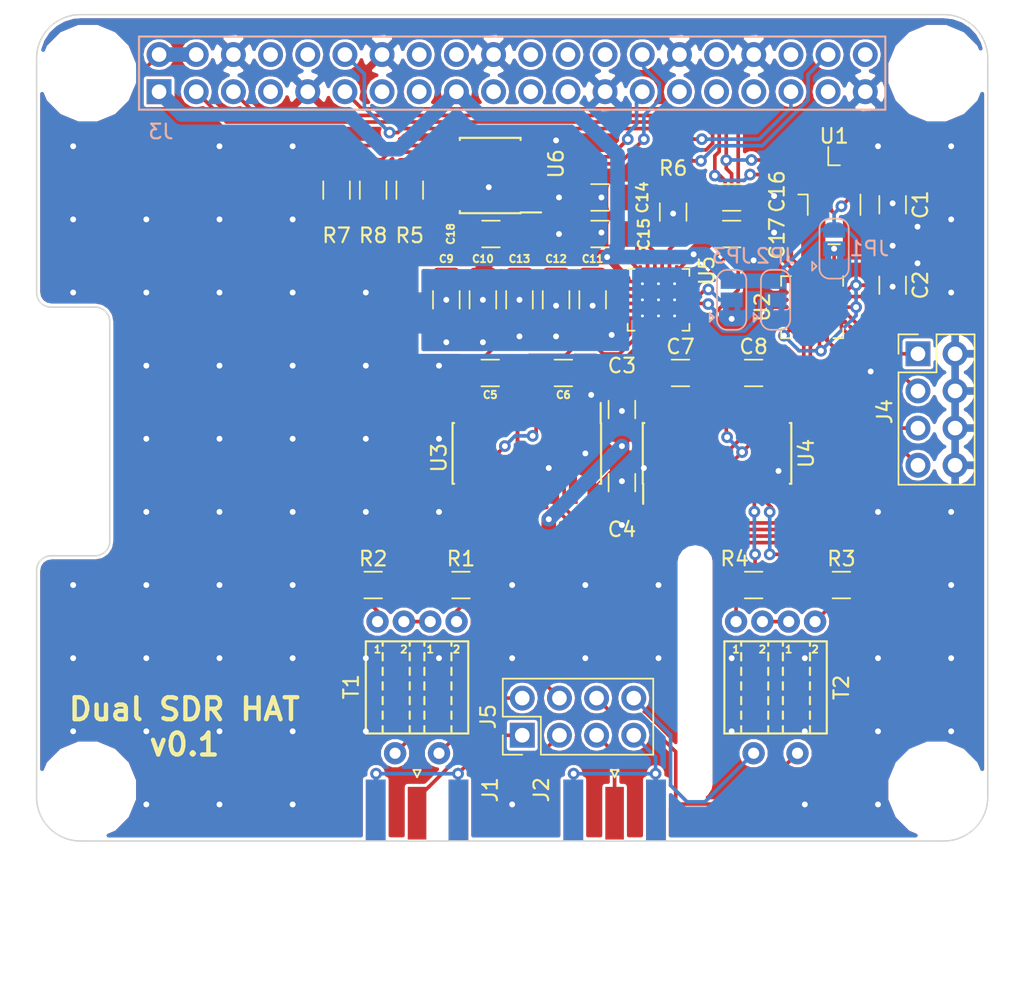
<source format=kicad_pcb>
(kicad_pcb (version 20171130) (host pcbnew 5.0.2+dfsg1-1)
  (title_block (title "Pi ADC Hat"))
  (layers (0 F.Cu signal) (31 B.Cu signal) (34 B.Paste user) (35 F.Paste user) (36 B.SilkS user) (37 F.SilkS user) (38 B.Mask user) (39 F.Mask user) (44 Edge.Cuts user))
  (net 0 "")
  (net 1 GND)
  (net 2 +3V3)
  (net 3 /SCL)
  (net 4 /SDA)
  (net 5 /DIN)
  (net 6 /BCK)
  (net 7 /LRCK)
  (net 8 +5V)
  (net 9 /DOUT)
  (net 10 /I1-)
  (net 11 /I1+)
  (net 12 /Q1+)
  (net 13 /Q1-)
  (net 14 /I2+)
  (net 15 /I2-)
  (net 16 /Q2-)
  (net 17 /Q2+)
  (net 18 "Net-(C11-Pad1)")
  (net 19 "Net-(C13-Pad1)")
  (net 20 "Net-(C14-Pad1)")
  (net 21 "Net-(R1-Pad2)")
  (net 22 "Net-(R1-Pad1)")
  (net 23 "Net-(R2-Pad1)")
  (net 24 "Net-(R2-Pad2)")
  (net 25 "Net-(R3-Pad1)")
  (net 26 "Net-(R3-Pad2)")
  (net 27 "Net-(R4-Pad2)")
  (net 28 "Net-(R4-Pad1)")
  (net 29 "Net-(R6-Pad2)")
  (net 30 "Net-(T1-Pad4)")
  (net 31 "Net-(J1-Pad2)")
  (net 32 "Net-(J1-Pad1)")
  (net 33 "Net-(J2-Pad1)")
  (net 34 "Net-(J2-Pad2)")
  (net 35 "Net-(T2-Pad4)")
  (net 36 "Net-(U1-Pad3)")
  (net 37 "Net-(U2-Pad2)")
  (net 38 /SHDNZ)
  (net 39 "Net-(U5-Pad5)")
  (net 40 "Net-(J3-Pad7)")
  (net 41 "Net-(J3-Pad8)")
  (net 42 "Net-(J3-Pad10)")
  (net 43 "Net-(J3-Pad13)")
  (net 44 "Net-(J3-Pad15)")
  (net 45 "Net-(J3-Pad16)")
  (net 46 "Net-(J3-Pad18)")
  (net 47 "Net-(J3-Pad19)")
  (net 48 "Net-(J3-Pad21)")
  (net 49 "Net-(J3-Pad22)")
  (net 50 "Net-(J3-Pad23)")
  (net 51 "Net-(J3-Pad24)")
  (net 52 "Net-(J3-Pad26)")
  (net 53 "Net-(J3-Pad29)")
  (net 54 "Net-(J3-Pad31)")
  (net 55 "Net-(J3-Pad32)")
  (net 56 "Net-(J3-Pad33)")
  (net 57 "Net-(J3-Pad36)")
  (net 58 "Net-(J3-Pad37)")
  (net 59 /CLK2-)
  (net 60 /CLK2+)
  (net 61 /CLK1-)
  (net 62 /CLK1+)
  (net 63 /CLK3+)
  (net 64 /CLK3-)
  (net 65 /CLK4+)
  (net 66 /CLK4-)
  (net 67 "Net-(JP1-Pad2)")
  (net 68 "Net-(JP2-Pad2)")
  (net 69 "Net-(JP3-Pad2)")
  (net 70 /ID_SD)
  (net 71 /ID_SC)
  (net 72 "Net-(R5-Pad1)")
  (net 73 "Net-(U6-Pad1)")
  (net 74 "Net-(U6-Pad2)")
  (net 75 "Net-(U6-Pad3)")
  (net 76 "Net-(J5-Pad2)")
  (net 77 "Net-(J5-Pad4)")
  (net 78 "Net-(J5-Pad6)")
  (net 79 "Net-(J5-Pad8)")
  (module Bitglue:Pi_HAT (layer F.Cu) (at 107 129)
    (fp_text reference J3 (at 8.5 -48.5 180) (layer B.SilkS) (effects (justify mirror)))
    (fp_text value Conn_02x20_Odd_Even)
    (pad "" np_thru_hole circle (at 3.5 -3.5) (size 2.75 2.75) (drill 2.75) (layers *.Cu *.Mask) (clearance 1.925))
    (pad "" np_thru_hole circle (at 3.5 -52.5) (size 2.75 2.75) (drill 2.75) (layers *.Cu *.Mask) (clearance 1.925))
    (pad "" np_thru_hole circle (at 61.5 -3.5) (size 2.75 2.75) (drill 2.75) (layers *.Cu *.Mask) (clearance 1.925))
    (pad "" np_thru_hole oval (at 45 -11.5) (size 2 17) (drill oval 2 17) (layers *.Cu *.Mask))
    (pad "" np_thru_hole circle (at 61.5 -52.5) (size 2.75 2.75) (drill 2.75) (layers *.Cu *.Mask) (clearance 1.925))
    (pad 40 thru_hole oval (at 56.63 -53.77 90) (size 1.7 1.7) (drill 1) (layers *.Cu *.Mask) (net 9 /DOUT))
    (pad 39 thru_hole oval (at 56.63 -51.23 135) (size 1.7 1.7) (drill 1) (layers *.Cu *.Mask) (net 1 GND))
    (pad 38 thru_hole oval (at 54.09 -53.77 90) (size 1.7 1.7) (drill 1) (layers *.Cu *.Mask) (net 5 /DIN))
    (pad 37 thru_hole oval (at 54.09 -51.23 90) (size 1.7 1.7) (drill 1) (layers *.Cu *.Mask) (net 58 "Net-(J3-Pad37)"))
    (pad 36 thru_hole oval (at 51.55 -53.77 90) (size 1.7 1.7) (drill 1) (layers *.Cu *.Mask) (net 57 "Net-(J3-Pad36)"))
    (pad 35 thru_hole oval (at 51.55 -51.23 90) (size 1.7 1.7) (drill 1) (layers *.Cu *.Mask) (net 7 /LRCK))
    (pad 34 thru_hole oval (at 49.01 -53.77 135) (size 1.7 1.7) (drill 1) (layers *.Cu *.Mask) (net 1 GND))
    (pad 33 thru_hole oval (at 49.01 -51.23 90) (size 1.7 1.7) (drill 1) (layers *.Cu *.Mask) (net 56 "Net-(J3-Pad33)"))
    (pad 32 thru_hole oval (at 46.47 -53.77 90) (size 1.7 1.7) (drill 1) (layers *.Cu *.Mask) (net 55 "Net-(J3-Pad32)"))
    (pad 31 thru_hole oval (at 46.47 -51.23 90) (size 1.7 1.7) (drill 1) (layers *.Cu *.Mask) (net 54 "Net-(J3-Pad31)"))
    (pad 30 thru_hole oval (at 43.93 -53.77 135) (size 1.7 1.7) (drill 1) (layers *.Cu *.Mask) (net 1 GND))
    (pad 29 thru_hole oval (at 43.93 -51.23 90) (size 1.7 1.7) (drill 1) (layers *.Cu *.Mask) (net 53 "Net-(J3-Pad29)"))
    (pad 28 thru_hole oval (at 41.39 -53.77 90) (size 1.7 1.7) (drill 1) (layers *.Cu *.Mask) (net 71 /ID_SC))
    (pad 27 thru_hole oval (at 41.39 -51.23 90) (size 1.7 1.7) (drill 1) (layers *.Cu *.Mask) (net 70 /ID_SD))
    (pad 26 thru_hole oval (at 38.85 -53.77 90) (size 1.7 1.7) (drill 1) (layers *.Cu *.Mask) (net 52 "Net-(J3-Pad26)"))
    (pad 25 thru_hole oval (at 38.85 -51.23 135) (size 1.7 1.7) (drill 1) (layers *.Cu *.Mask) (net 1 GND))
    (pad 24 thru_hole oval (at 36.31 -53.77 90) (size 1.7 1.7) (drill 1) (layers *.Cu *.Mask) (net 51 "Net-(J3-Pad24)"))
    (pad 23 thru_hole oval (at 36.31 -51.23 90) (size 1.7 1.7) (drill 1) (layers *.Cu *.Mask) (net 50 "Net-(J3-Pad23)"))
    (pad 22 thru_hole oval (at 33.77 -53.77 90) (size 1.7 1.7) (drill 1) (layers *.Cu *.Mask) (net 49 "Net-(J3-Pad22)"))
    (pad 21 thru_hole oval (at 33.77 -51.23 90) (size 1.7 1.7) (drill 1) (layers *.Cu *.Mask) (net 48 "Net-(J3-Pad21)"))
    (pad 20 thru_hole oval (at 31.23 -53.77 135) (size 1.7 1.7) (drill 1) (layers *.Cu *.Mask) (net 1 GND))
    (pad 19 thru_hole oval (at 31.23 -51.23 90) (size 1.7 1.7) (drill 1) (layers *.Cu *.Mask) (net 47 "Net-(J3-Pad19)"))
    (pad 18 thru_hole oval (at 28.69 -53.77 90) (size 1.7 1.7) (drill 1) (layers *.Cu *.Mask) (net 46 "Net-(J3-Pad18)"))
    (pad 17 thru_hole oval (at 28.69 -51.23 90) (size 1.7 1.7) (drill 1) (layers *.Cu *.Mask) (net 2 +3V3))
    (pad 16 thru_hole oval (at 26.15 -53.77 90) (size 1.7 1.7) (drill 1) (layers *.Cu *.Mask) (net 45 "Net-(J3-Pad16)"))
    (pad 15 thru_hole oval (at 26.15 -51.23 90) (size 1.7 1.7) (drill 1) (layers *.Cu *.Mask) (net 44 "Net-(J3-Pad15)"))
    (pad 14 thru_hole oval (at 23.61 -53.77 135) (size 1.7 1.7) (drill 1) (layers *.Cu *.Mask) (net 1 GND))
    (pad 13 thru_hole oval (at 23.61 -51.23 90) (size 1.7 1.7) (drill 1) (layers *.Cu *.Mask) (net 43 "Net-(J3-Pad13)"))
    (pad 12 thru_hole oval (at 21.07 -53.77 90) (size 1.7 1.7) (drill 1) (layers *.Cu *.Mask) (net 6 /BCK))
    (pad 11 thru_hole oval (at 21.07 -51.23 90) (size 1.7 1.7) (drill 1) (layers *.Cu *.Mask) (net 38 /SHDNZ))
    (pad 10 thru_hole oval (at 18.53 -53.77 90) (size 1.7 1.7) (drill 1) (layers *.Cu *.Mask) (net 42 "Net-(J3-Pad10)"))
    (pad 9 thru_hole oval (at 18.53 -51.23 135) (size 1.7 1.7) (drill 1) (layers *.Cu *.Mask) (net 1 GND))
    (pad 8 thru_hole oval (at 15.99 -53.77 90) (size 1.7 1.7) (drill 1) (layers *.Cu *.Mask) (net 41 "Net-(J3-Pad8)"))
    (pad 7 thru_hole oval (at 15.99 -51.23 90) (size 1.7 1.7) (drill 1) (layers *.Cu *.Mask) (net 40 "Net-(J3-Pad7)"))
    (pad 6 thru_hole oval (at 13.45 -53.77 135) (size 1.7 1.7) (drill 1) (layers *.Cu *.Mask) (net 1 GND))
    (pad 5 thru_hole oval (at 13.45 -51.23 90) (size 1.7 1.7) (drill 1) (layers *.Cu *.Mask) (net 3 /SCL))
    (pad 4 thru_hole oval (at 10.91 -53.77 90) (size 1.7 1.7) (drill 1) (layers *.Cu *.Mask) (net 8 +5V))
    (pad 3 thru_hole oval (at 10.91 -51.23 90) (size 1.7 1.7) (drill 1) (layers *.Cu *.Mask) (net 4 /SDA))
    (pad 2 thru_hole oval (at 8.37 -53.77 90) (size 1.7 1.7) (drill 1) (layers *.Cu *.Mask) (net 8 +5V))
    (pad 1 thru_hole rect (at 8.37 -51.23 90) (size 1.7 1.7) (drill 1) (layers *.Cu *.Mask) (net 2 +3V3))
  )
  (module Resistor_SMD:R_1206_3216Metric_Pad1.42x1.75mm_HandSolder (layer F.Cu) (at 162 111.5)
    (fp_text reference R3 (at 0 -1.8 180) (layer F.SilkS))
    (fp_text value 82)
    (pad 1 smd roundrect (at -1.4875 0) (size 1.425 1.75) (layers F.Cu F.Paste F.Mask) (roundrect_rratio 0.175439) (net 25 "Net-(R3-Pad1)"))
    (pad 2 smd roundrect (at 1.4875 0) (size 1.425 1.75) (layers F.Cu F.Paste F.Mask) (roundrect_rratio 0.175439) (net 26 "Net-(R3-Pad2)"))
  )
  (module Resistor_SMD:R_1206_3216Metric_Pad1.42x1.75mm_HandSolder (layer F.Cu) (at 156 111.5 180)
    (fp_text reference R4 (at 1.3 1.8) (layer F.SilkS))
    (fp_text value 82)
    (pad 2 smd roundrect (at 1.4875 0 180) (size 1.425 1.75) (layers F.Cu F.Paste F.Mask) (roundrect_rratio 0.175439) (net 27 "Net-(R4-Pad2)"))
    (pad 1 smd roundrect (at -1.4875 0 180) (size 1.425 1.75) (layers F.Cu F.Paste F.Mask) (roundrect_rratio 0.175439) (net 28 "Net-(R4-Pad1)"))
  )
  (module Bitglue:Binocular_Bifilar_Seconndary (layer F.Cu) (at 157.5 118.5 90)
    (fp_text reference T2 (at 0 4.5 270) (layer F.SilkS))
    (fp_text value 2873002402)
    (pad 4 thru_hole circle (at 4.5 -0.9 90) (size 1.524 1.524) (drill 0.762) (layers *.Cu *.Mask) (net 35 "Net-(T2-Pad4)"))
    (pad 5 thru_hole circle (at 4.5 0.9 90) (size 1.524 1.524) (drill 0.762) (layers *.Cu *.Mask) (net 35 "Net-(T2-Pad4)"))
    (pad 3 thru_hole circle (at 4.5 2.7 90) (size 1.524 1.524) (drill 0.762) (layers *.Cu *.Mask) (net 26 "Net-(R3-Pad2)"))
    (pad 6 thru_hole circle (at 4.5 -2.7 90) (size 1.524 1.524) (drill 0.762) (layers *.Cu *.Mask) (net 27 "Net-(R4-Pad2)"))
    (pad 2 thru_hole circle (at -4.5 -1.5 90) (size 1.524 1.524) (drill 0.762) (layers *.Cu *.Mask) (net 79 "Net-(J5-Pad8)"))
    (pad 1 thru_hole circle (at -4.5 1.5 90) (size 1.524 1.524) (drill 0.762) (layers *.Cu *.Mask) (net 78 "Net-(J5-Pad6)"))
  )
  (module Bitglue:Binocular_Bifilar_Seconndary (layer F.Cu) (at 133 118.5 90)
    (fp_text reference T1 (at 0.05 -4.5 90) (layer F.SilkS))
    (fp_text value 2873002402)
    (pad 4 thru_hole circle (at 4.5 -0.9 90) (size 1.524 1.524) (drill 0.762) (layers *.Cu *.Mask) (net 30 "Net-(T1-Pad4)"))
    (pad 5 thru_hole circle (at 4.5 0.9 90) (size 1.524 1.524) (drill 0.762) (layers *.Cu *.Mask) (net 30 "Net-(T1-Pad4)"))
    (pad 3 thru_hole circle (at 4.5 2.7 90) (size 1.524 1.524) (drill 0.762) (layers *.Cu *.Mask) (net 21 "Net-(R1-Pad2)"))
    (pad 6 thru_hole circle (at 4.5 -2.7 90) (size 1.524 1.524) (drill 0.762) (layers *.Cu *.Mask) (net 24 "Net-(R2-Pad2)"))
    (pad 2 thru_hole circle (at -4.5 -1.5 90) (size 1.524 1.524) (drill 0.762) (layers *.Cu *.Mask) (net 77 "Net-(J5-Pad4)"))
    (pad 1 thru_hole circle (at -4.5 1.5 90) (size 1.524 1.524) (drill 0.762) (layers *.Cu *.Mask) (net 76 "Net-(J5-Pad2)"))
  )
  (module Package_SO:SOIC-16_3.9x9.9mm_P1.27mm (layer F.Cu) (at 153.5 102.5 90)
    (fp_text reference U4 (at 0 6.1 90) (layer F.SilkS))
    (fp_text value FST3253)
    (pad 16 smd rect (at 2.7 -4.445 90) (size 1.5 0.6) (layers F.Cu F.Paste F.Mask) (net 8 +5V))
    (pad 15 smd rect (at 2.7 -3.175 90) (size 1.5 0.6) (layers F.Cu F.Paste F.Mask) (net 1 GND))
    (pad 14 smd rect (at 2.7 -1.905 90) (size 1.5 0.6) (layers F.Cu F.Paste F.Mask) (net 60 /CLK2+))
    (pad 13 smd rect (at 2.7 -0.635 90) (size 1.5 0.6) (layers F.Cu F.Paste F.Mask) (net 14 /I2+))
    (pad 12 smd rect (at 2.7 0.635 90) (size 1.5 0.6) (layers F.Cu F.Paste F.Mask) (net 16 /Q2-))
    (pad 11 smd rect (at 2.7 1.905 90) (size 1.5 0.6) (layers F.Cu F.Paste F.Mask) (net 17 /Q2+))
    (pad 10 smd rect (at 2.7 3.175 90) (size 1.5 0.6) (layers F.Cu F.Paste F.Mask) (net 15 /I2-))
    (pad 9 smd rect (at 2.7 4.445 90) (size 1.5 0.6) (layers F.Cu F.Paste F.Mask) (net 28 "Net-(R4-Pad1)"))
    (pad 8 smd rect (at -2.7 4.445 90) (size 1.5 0.6) (layers F.Cu F.Paste F.Mask) (net 1 GND))
    (pad 7 smd rect (at -2.7 3.175 90) (size 1.5 0.6) (layers F.Cu F.Paste F.Mask) (net 25 "Net-(R3-Pad1)"))
    (pad 6 smd rect (at -2.7 1.905 90) (size 1.5 0.6) (layers F.Cu F.Paste F.Mask) (net 14 /I2+))
    (pad 5 smd rect (at -2.7 0.635 90) (size 1.5 0.6) (layers F.Cu F.Paste F.Mask) (net 16 /Q2-))
    (pad 4 smd rect (at -2.7 -0.635 90) (size 1.5 0.6) (layers F.Cu F.Paste F.Mask) (net 17 /Q2+))
    (pad 3 smd rect (at -2.7 -1.905 90) (size 1.5 0.6) (layers F.Cu F.Paste F.Mask) (net 15 /I2-))
    (pad 2 smd rect (at -2.7 -3.175 90) (size 1.5 0.6) (layers F.Cu F.Paste F.Mask) (net 59 /CLK2-))
    (pad 1 smd rect (at -2.7 -4.445 90) (size 1.5 0.6) (layers F.Cu F.Paste F.Mask) (net 1 GND))
  )
  (module Capacitor_SMD:C_1206_3216Metric_Pad1.42x1.75mm_HandSolder (layer F.Cu) (at 147 104.5 270)
    (fp_text reference C4 (at 3.2 0 180) (layer F.SilkS))
    (fp_text value 0.1u)
    (pad 1 smd roundrect (at -1.4875 0 270) (size 1.425 1.75) (layers F.Cu F.Paste F.Mask) (roundrect_rratio 0.175439) (net 8 +5V))
    (pad 2 smd roundrect (at 1.4875 0 270) (size 1.425 1.75) (layers F.Cu F.Paste F.Mask) (roundrect_rratio 0.175) (net 1 GND))
  )
  (module Package_SO:SOIC-16_3.9x9.9mm_P1.27mm (layer F.Cu) (at 140.5 102.5 270)
    (fp_text reference U3 (at 0.3 6 90) (layer F.SilkS))
    (fp_text value FST3253)
    (pad 1 smd rect (at -2.7 -4.445 270) (size 1.5 0.6) (layers F.Cu F.Paste F.Mask) (net 1 GND))
    (pad 2 smd rect (at -2.7 -3.175 270) (size 1.5 0.6) (layers F.Cu F.Paste F.Mask) (net 61 /CLK1-))
    (pad 3 smd rect (at -2.7 -1.905 270) (size 1.5 0.6) (layers F.Cu F.Paste F.Mask) (net 10 /I1-))
    (pad 4 smd rect (at -2.7 -0.635 270) (size 1.5 0.6) (layers F.Cu F.Paste F.Mask) (net 12 /Q1+))
    (pad 5 smd rect (at -2.7 0.635 270) (size 1.5 0.6) (layers F.Cu F.Paste F.Mask) (net 13 /Q1-))
    (pad 6 smd rect (at -2.7 1.905 270) (size 1.5 0.6) (layers F.Cu F.Paste F.Mask) (net 11 /I1+))
    (pad 7 smd rect (at -2.7 3.175 270) (size 1.5 0.6) (layers F.Cu F.Paste F.Mask) (net 22 "Net-(R1-Pad1)"))
    (pad 8 smd rect (at -2.7 4.445 270) (size 1.5 0.6) (layers F.Cu F.Paste F.Mask) (net 1 GND))
    (pad 9 smd rect (at 2.7 4.445 270) (size 1.5 0.6) (layers F.Cu F.Paste F.Mask) (net 23 "Net-(R2-Pad1)"))
    (pad 10 smd rect (at 2.7 3.175 270) (size 1.5 0.6) (layers F.Cu F.Paste F.Mask) (net 10 /I1-))
    (pad 11 smd rect (at 2.7 1.905 270) (size 1.5 0.6) (layers F.Cu F.Paste F.Mask) (net 12 /Q1+))
    (pad 12 smd rect (at 2.7 0.635 270) (size 1.5 0.6) (layers F.Cu F.Paste F.Mask) (net 13 /Q1-))
    (pad 13 smd rect (at 2.7 -0.635 270) (size 1.5 0.6) (layers F.Cu F.Paste F.Mask) (net 11 /I1+))
    (pad 14 smd rect (at 2.7 -1.905 270) (size 1.5 0.6) (layers F.Cu F.Paste F.Mask) (net 62 /CLK1+))
    (pad 15 smd rect (at 2.7 -3.175 270) (size 1.5 0.6) (layers F.Cu F.Paste F.Mask) (net 1 GND))
    (pad 16 smd rect (at 2.7 -4.445 270) (size 1.5 0.6) (layers F.Cu F.Paste F.Mask) (net 8 +5V))
  )
  (module Capacitor_SMD:C_1206_3216Metric_Pad1.42x1.75mm_HandSolder (layer F.Cu) (at 147 99.5 90)
    (fp_text reference C3 (at 3 0 180) (layer F.SilkS))
    (fp_text value 0.1u)
    (pad 1 smd roundrect (at -1.4875 0 90) (size 1.425 1.75) (layers F.Cu F.Paste F.Mask) (roundrect_rratio 0.175439) (net 8 +5V))
    (pad 2 smd roundrect (at 1.4875 0 90) (size 1.425 1.75) (layers F.Cu F.Paste F.Mask) (roundrect_rratio 0.175) (net 1 GND))
  )
  (module Capacitor_SMD:C_1206_3216Metric_Pad1.42x1.75mm_HandSolder (layer F.Cu) (at 140 92 270)
    (fp_text reference C13 (at -2.8 0 180) (layer F.SilkS) (effects (font (size 0.5 0.5) (thickness 0.125))))
    (fp_text value 1u)
    (pad 2 smd roundrect (at 1.4875 0 270) (size 1.425 1.75) (layers F.Cu F.Paste F.Mask) (roundrect_rratio 0.175439) (net 1 GND))
    (pad 1 smd roundrect (at -1.4875 0 270) (size 1.425 1.75) (layers F.Cu F.Paste F.Mask) (roundrect_rratio 0.175439) (net 19 "Net-(C13-Pad1)"))
  )
  (module Capacitor_SMD:C_1206_3216Metric_Pad1.42x1.75mm_HandSolder (layer F.Cu) (at 165.5 85.5 270)
    (fp_text reference C1 (at 0 -1.9 270) (layer F.SilkS))
    (fp_text value 0.1u)
    (pad 2 smd roundrect (at 1.4875 0 270) (size 1.425 1.75) (layers F.Cu F.Paste F.Mask) (roundrect_rratio 0.175439) (net 1 GND))
    (pad 1 smd roundrect (at -1.4875 0 270) (size 1.425 1.75) (layers F.Cu F.Paste F.Mask) (roundrect_rratio 0.175439) (net 2 +3V3))
  )
  (module Package_DFN_QFN:QFN-20-1EP_4x4mm_P0.5mm_EP2.25x2.25mm (layer F.Cu) (at 160 92.5 270)
    (fp_text reference U2 (at 0 3.4 270) (layer F.SilkS))
    (fp_text value Si5351A-B-GM)
    (pad 1 smd oval (at -2 -1 270) (size 0.8 0.3) (layers F.Cu F.Paste F.Mask) (net 36 "Net-(U1-Pad3)"))
    (pad 2 smd oval (at -2 -0.5 270) (size 0.8 0.3) (layers F.Cu F.Paste F.Mask) (net 37 "Net-(U2-Pad2)"))
    (pad 3 smd oval (at -2.000001 0 270) (size 0.8 0.3) (layers F.Cu F.Paste F.Mask) (net 67 "Net-(JP1-Pad2)"))
    (pad 4 smd oval (at -2 0.5 270) (size 0.8 0.3) (layers F.Cu F.Paste F.Mask) (net 3 /SCL))
    (pad 5 smd oval (at -2 1 270) (size 0.8 0.3) (layers F.Cu F.Paste F.Mask) (net 4 /SDA))
    (pad 6 smd oval (at -1 2) (size 0.8 0.3) (layers F.Cu F.Paste F.Mask) (net 1 GND))
    (pad 7 smd oval (at -0.5 2) (size 0.8 0.3) (layers F.Cu F.Paste F.Mask) (net 1 GND))
    (pad 8 smd oval (at 0 2.000001) (size 0.8 0.3) (layers F.Cu F.Paste F.Mask) (net 59 /CLK2-))
    (pad 9 smd oval (at 0.5 2) (size 0.8 0.3) (layers F.Cu F.Paste F.Mask) (net 60 /CLK2+))
    (pad 10 smd oval (at 1 2) (size 0.8 0.3) (layers F.Cu F.Paste F.Mask) (net 2 +3V3))
    (pad 11 smd oval (at 2 1 270) (size 0.8 0.3) (layers F.Cu F.Paste F.Mask) (net 2 +3V3))
    (pad 12 smd oval (at 2 0.5 270) (size 0.8 0.3) (layers F.Cu F.Paste F.Mask) (net 61 /CLK1-))
    (pad 13 smd oval (at 2.000001 0 270) (size 0.8 0.3) (layers F.Cu F.Paste F.Mask) (net 62 /CLK1+))
    (pad 14 smd oval (at 2 -0.5 270) (size 0.8 0.3) (layers F.Cu F.Paste F.Mask) (net 2 +3V3))
    (pad 15 smd oval (at 2 -1 270) (size 0.8 0.3) (layers F.Cu F.Paste F.Mask) (net 66 /CLK4-))
    (pad 16 smd oval (at 1 -2) (size 0.8 0.3) (layers F.Cu F.Paste F.Mask) (net 65 /CLK4+))
    (pad 17 smd oval (at 0.5 -2) (size 0.8 0.3) (layers F.Cu F.Paste F.Mask) (net 64 /CLK3-))
    (pad 18 smd oval (at 0 -2.000001) (size 0.8 0.3) (layers F.Cu F.Paste F.Mask) (net 2 +3V3))
    (pad 19 smd oval (at -0.5 -2) (size 0.8 0.3) (layers F.Cu F.Paste F.Mask) (net 63 /CLK3+))
    (pad 20 smd oval (at -1 -2) (size 0.8 0.3) (layers F.Cu F.Paste F.Mask) (net 2 +3V3))
    (pad 21 smd rect (at 0 0 270) (size 2.25 2.25) (layers F.Cu F.Mask) (net 1 GND))
  )
  (module Jumper:SolderJumper-3_P1.3mm_Bridged2Bar12_RoundedPad1.0x1.5mm (layer B.Cu) (at 154.5 92 90)
    (fp_text reference JP3 (at 3 0 180) (layer B.SilkS) (effects (justify mirror)))
    (fp_text value SolderJumper_3_Bridged12)
    (pad 1 smd custom (at -1.3 0 90) (size 1 0.5) (layers B.Cu B.Mask) (net 1 GND) (options (clearance outline) (anchor rect)) (primitives (gr_circle (center 0 -0.25) (end 0.5 -0.25) (width 0)) (gr_circle (center 0 0.25) (end 0.5 0.25) (width 0)) (gr_poly (pts (xy 0.55 0.75) (xy 0 0.75) (xy 0 -0.75) (xy 0.55 -0.75)) (width 0)) (gr_poly (pts (xy 0.4 0.6) (xy 0.9 0.6) (xy 0.9 0.2) (xy 0.4 0.2)) (width 0)) (gr_poly (pts (xy 0.4 -0.2) (xy 0.9 -0.2) (xy 0.9 -0.6) (xy 0.4 -0.6)) (width 0))))
    (pad 3 smd custom (at 1.3 0 90) (size 1 0.5) (layers B.Cu B.Mask) (net 2 +3V3) (options (clearance outline) (anchor rect)) (primitives (gr_circle (center 0 -0.25) (end 0.5 -0.25) (width 0)) (gr_circle (center 0 0.25) (end 0.5 0.25) (width 0)) (gr_poly (pts (xy -0.55 0.75) (xy 0 0.75) (xy 0 -0.75) (xy -0.55 -0.75)) (width 0))))
    (pad 2 smd rect (at 0 0 90) (size 1 1.5) (layers B.Cu B.Mask) (net 69 "Net-(JP3-Pad2)"))
  )
  (module Crystal:Crystal_SMD_EuroQuartz_MJ-4Pin_5.0x3.2mm_HandSoldering (layer F.Cu) (at 161.5 85.5 270)
    (fp_text reference U1 (at -4.7 0) (layer F.SilkS))
    (fp_text value FOX924)
    (pad 1 smd rect (at -2.325 1.425 270) (size 2.85 1.65) (layers F.Cu F.Paste F.Mask))
    (pad 2 smd rect (at 2.325 1.425 270) (size 2.85 1.65) (layers F.Cu F.Paste F.Mask) (net 1 GND))
    (pad 3 smd rect (at 2.325 -1.425 270) (size 2.85 1.65) (layers F.Cu F.Paste F.Mask) (net 36 "Net-(U1-Pad3)"))
    (pad 4 smd rect (at -2.325 -1.425 270) (size 2.85 1.65) (layers F.Cu F.Paste F.Mask) (net 2 +3V3))
  )
  (module Capacitor_SMD:C_1206_3216Metric_Pad1.42x1.75mm_HandSolder (layer F.Cu) (at 165.5 91 90)
    (fp_text reference C2 (at 0 1.9 270) (layer F.SilkS))
    (fp_text value 0.1u)
    (pad 2 smd roundrect (at 1.4875 0 90) (size 1.425 1.75) (layers F.Cu F.Paste F.Mask) (roundrect_rratio 0.175439) (net 1 GND))
    (pad 1 smd roundrect (at -1.4875 0 90) (size 1.425 1.75) (layers F.Cu F.Paste F.Mask) (roundrect_rratio 0.175439) (net 2 +3V3))
  )
  (module Capacitor_SMD:C_1206_3216Metric_Pad1.42x1.75mm_HandSolder (layer F.Cu) (at 138 97)
    (fp_text reference C5 (at 0 1.5 180) (layer F.SilkS) (effects (font (size 0.5 0.5) (thickness 0.125))))
    (fp_text value 0.1u)
    (pad 1 smd roundrect (at -1.4875 0) (size 1.425 1.75) (layers F.Cu F.Paste F.Mask) (roundrect_rratio 0.175439) (net 11 /I1+))
    (pad 2 smd roundrect (at 1.4875 0) (size 1.425 1.75) (layers F.Cu F.Paste F.Mask) (roundrect_rratio 0.175439) (net 10 /I1-))
  )
  (module Capacitor_SMD:C_1206_3216Metric_Pad1.42x1.75mm_HandSolder (layer F.Cu) (at 143 97)
    (fp_text reference C6 (at 0 1.5 180) (layer F.SilkS) (effects (font (size 0.5 0.5) (thickness 0.125))))
    (fp_text value 0.1u)
    (pad 2 smd roundrect (at 1.4875 0) (size 1.425 1.75) (layers F.Cu F.Paste F.Mask) (roundrect_rratio 0.175439) (net 13 /Q1-))
    (pad 1 smd roundrect (at -1.4875 0) (size 1.425 1.75) (layers F.Cu F.Paste F.Mask) (roundrect_rratio 0.175439) (net 12 /Q1+))
  )
  (module Capacitor_SMD:C_1206_3216Metric_Pad1.42x1.75mm_HandSolder (layer F.Cu) (at 151 97)
    (fp_text reference C7 (at 0 -1.8 180) (layer F.SilkS))
    (fp_text value 0.1u)
    (pad 1 smd roundrect (at -1.4875 0) (size 1.425 1.75) (layers F.Cu F.Paste F.Mask) (roundrect_rratio 0.175439) (net 14 /I2+))
    (pad 2 smd roundrect (at 1.4875 0) (size 1.425 1.75) (layers F.Cu F.Paste F.Mask) (roundrect_rratio 0.175439) (net 15 /I2-))
  )
  (module Capacitor_SMD:C_1206_3216Metric_Pad1.42x1.75mm_HandSolder (layer F.Cu) (at 156 97)
    (fp_text reference C8 (at 0 -1.8) (layer F.SilkS))
    (fp_text value 0.1u)
    (pad 2 smd roundrect (at 1.4875 0) (size 1.425 1.75) (layers F.Cu F.Paste F.Mask) (roundrect_rratio 0.175439) (net 16 /Q2-))
    (pad 1 smd roundrect (at -1.4875 0) (size 1.425 1.75) (layers F.Cu F.Paste F.Mask) (roundrect_rratio 0.175439) (net 17 /Q2+))
  )
  (module Capacitor_SMD:C_1206_3216Metric_Pad1.42x1.75mm_HandSolder (layer F.Cu) (at 135 92 270)
    (fp_text reference C9 (at -2.8 0) (layer F.SilkS) (effects (font (size 0.5 0.5) (thickness 0.125))))
    (fp_text value 0.1u)
    (pad 2 smd roundrect (at 1.4875 0 270) (size 1.425 1.75) (layers F.Cu F.Paste F.Mask) (roundrect_rratio 0.175) (net 1 GND))
    (pad 1 smd roundrect (at -1.4875 0 270) (size 1.425 1.75) (layers F.Cu F.Paste F.Mask) (roundrect_rratio 0.175439) (net 2 +3V3))
  )
  (module Capacitor_SMD:C_1206_3216Metric_Pad1.42x1.75mm_HandSolder (layer F.Cu) (at 137.5 92 270)
    (fp_text reference C10 (at -2.8 0 180) (layer F.SilkS) (effects (font (size 0.5 0.5) (thickness 0.125))))
    (fp_text value 1u)
    (pad 1 smd roundrect (at -1.4875 0 270) (size 1.425 1.75) (layers F.Cu F.Paste F.Mask) (roundrect_rratio 0.175439) (net 2 +3V3))
    (pad 2 smd roundrect (at 1.4875 0 270) (size 1.425 1.75) (layers F.Cu F.Paste F.Mask) (roundrect_rratio 0.175439) (net 1 GND))
  )
  (module Capacitor_SMD:C_1206_3216Metric_Pad1.42x1.75mm_HandSolder (layer F.Cu) (at 142.5 92 270)
    (fp_text reference C12 (at -2.8 0) (layer F.SilkS) (effects (font (size 0.5 0.5) (thickness 0.125))))
    (fp_text value 0.1u)
    (pad 1 smd roundrect (at -1.4875 0 270) (size 1.425 1.75) (layers F.Cu F.Paste F.Mask) (roundrect_rratio 0.175439) (net 18 "Net-(C11-Pad1)"))
    (pad 2 smd roundrect (at 1.4875 0 270) (size 1.425 1.75) (layers F.Cu F.Paste F.Mask) (roundrect_rratio 0.175439) (net 1 GND))
  )
  (module Capacitor_SMD:C_1206_3216Metric_Pad1.42x1.75mm_HandSolder (layer F.Cu) (at 145.5 87.5 180)
    (fp_text reference C15 (at -3 0 90) (layer F.SilkS) (effects (font (size 0.75 0.75))))
    (fp_text value 0.1u)
    (pad 1 smd roundrect (at -1.4875 0 180) (size 1.425 1.75) (layers F.Cu F.Paste F.Mask) (roundrect_rratio 0.175439) (net 20 "Net-(C14-Pad1)"))
    (pad 2 smd roundrect (at 1.4875 0 180) (size 1.425 1.75) (layers F.Cu F.Paste F.Mask) (roundrect_rratio 0.175439) (net 1 GND))
  )
  (module Capacitor_SMD:C_1206_3216Metric_Pad1.42x1.75mm_HandSolder (layer F.Cu) (at 154.5 87.5)
    (fp_text reference C17 (at 3.1 0.3 90) (layer F.SilkS))
    (fp_text value 0.1u)
    (pad 2 smd roundrect (at 1.4875 0) (size 1.425 1.75) (layers F.Cu F.Paste F.Mask) (roundrect_rratio 0.175439) (net 1 GND))
    (pad 1 smd roundrect (at -1.4875 0) (size 1.425 1.75) (layers F.Cu F.Paste F.Mask) (roundrect_rratio 0.175439) (net 2 +3V3))
  )
  (module Jumper:SolderJumper-3_P1.3mm_Bridged2Bar12_RoundedPad1.0x1.5mm (layer B.Cu) (at 161.5 88.5 90)
    (fp_text reference JP1 (at 0 2.4 180) (layer B.SilkS) (effects (justify mirror)))
    (fp_text value SolderJumper_3_Bridged12)
    (pad 1 smd custom (at -1.3 0 90) (size 1 0.5) (layers B.Cu B.Mask) (net 1 GND) (options (clearance outline) (anchor rect)) (primitives (gr_circle (center 0 -0.25) (end 0.5 -0.25) (width 0)) (gr_circle (center 0 0.25) (end 0.5 0.25) (width 0)) (gr_poly (pts (xy 0.55 0.75) (xy 0 0.75) (xy 0 -0.75) (xy 0.55 -0.75)) (width 0)) (gr_poly (pts (xy 0.4 0.6) (xy 0.9 0.6) (xy 0.9 0.2) (xy 0.4 0.2)) (width 0)) (gr_poly (pts (xy 0.4 -0.2) (xy 0.9 -0.2) (xy 0.9 -0.6) (xy 0.4 -0.6)) (width 0))))
    (pad 3 smd custom (at 1.3 0 90) (size 1 0.5) (layers B.Cu B.Mask) (net 2 +3V3) (options (clearance outline) (anchor rect)) (primitives (gr_circle (center 0 -0.25) (end 0.5 -0.25) (width 0)) (gr_circle (center 0 0.25) (end 0.5 0.25) (width 0)) (gr_poly (pts (xy -0.55 0.75) (xy 0 0.75) (xy 0 -0.75) (xy -0.55 -0.75)) (width 0))))
    (pad 2 smd rect (at 0 0 90) (size 1 1.5) (layers B.Cu B.Mask) (net 67 "Net-(JP1-Pad2)"))
  )
  (module Jumper:SolderJumper-3_P1.3mm_Bridged2Bar12_RoundedPad1.0x1.5mm (layer B.Cu) (at 157.5 92 90)
    (fp_text reference JP2 (at 3 0 180) (layer B.SilkS) (effects (justify mirror)))
    (fp_text value SolderJumper_3_Bridged12)
    (pad 2 smd rect (at 0 0 90) (size 1 1.5) (layers B.Cu B.Mask) (net 68 "Net-(JP2-Pad2)"))
    (pad 3 smd custom (at 1.3 0 90) (size 1 0.5) (layers B.Cu B.Mask) (net 2 +3V3) (options (clearance outline) (anchor rect)) (primitives (gr_circle (center 0 -0.25) (end 0.5 -0.25) (width 0)) (gr_circle (center 0 0.25) (end 0.5 0.25) (width 0)) (gr_poly (pts (xy -0.55 0.75) (xy 0 0.75) (xy 0 -0.75) (xy -0.55 -0.75)) (width 0))))
    (pad 1 smd custom (at -1.3 0 90) (size 1 0.5) (layers B.Cu B.Mask) (net 1 GND) (options (clearance outline) (anchor rect)) (primitives (gr_circle (center 0 -0.25) (end 0.5 -0.25) (width 0)) (gr_circle (center 0 0.25) (end 0.5 0.25) (width 0)) (gr_poly (pts (xy 0.55 0.75) (xy 0 0.75) (xy 0 -0.75) (xy 0.55 -0.75)) (width 0)) (gr_poly (pts (xy 0.4 0.6) (xy 0.9 0.6) (xy 0.9 0.2) (xy 0.4 0.2)) (width 0)) (gr_poly (pts (xy 0.4 -0.2) (xy 0.9 -0.2) (xy 0.9 -0.6) (xy 0.4 -0.6)) (width 0))))
  )
  (module Resistor_SMD:R_1206_3216Metric_Pad1.42x1.75mm_HandSolder (layer F.Cu) (at 136 111.5)
    (fp_text reference R1 (at 0 -1.8) (layer F.SilkS))
    (fp_text value 82)
    (pad 2 smd roundrect (at 1.4875 0) (size 1.425 1.75) (layers F.Cu F.Paste F.Mask) (roundrect_rratio 0.175439) (net 21 "Net-(R1-Pad2)"))
    (pad 1 smd roundrect (at -1.4875 0) (size 1.425 1.75) (layers F.Cu F.Paste F.Mask) (roundrect_rratio 0.175439) (net 22 "Net-(R1-Pad1)"))
  )
  (module Resistor_SMD:R_1206_3216Metric_Pad1.42x1.75mm_HandSolder (layer F.Cu) (at 130 111.5 180)
    (fp_text reference R2 (at 0 1.8 180) (layer F.SilkS))
    (fp_text value 82)
    (pad 1 smd roundrect (at -1.4875 0 180) (size 1.425 1.75) (layers F.Cu F.Paste F.Mask) (roundrect_rratio 0.175439) (net 23 "Net-(R2-Pad1)"))
    (pad 2 smd roundrect (at 1.4875 0 180) (size 1.425 1.75) (layers F.Cu F.Paste F.Mask) (roundrect_rratio 0.175439) (net 24 "Net-(R2-Pad2)"))
  )
  (module Resistor_SMD:R_1206_3216Metric_Pad1.42x1.75mm_HandSolder (layer F.Cu) (at 150.5 86 270)
    (fp_text reference R6 (at -3 0 180) (layer F.SilkS))
    (fp_text value 1k)
    (pad 2 smd roundrect (at 1.4875 0 270) (size 1.425 1.75) (layers F.Cu F.Paste F.Mask) (roundrect_rratio 0.175439) (net 29 "Net-(R6-Pad2)"))
    (pad 1 smd roundrect (at -1.4875 0 270) (size 1.425 1.75) (layers F.Cu F.Paste F.Mask) (roundrect_rratio 0.175439) (net 1 GND))
  )
  (module Package_DFN_QFN:QFN-24-1EP_4x4mm_P0.5mm_EP2.7x2.7mm_ThermalVias (layer F.Cu) (at 149.5 92)
    (fp_text reference U5 (at 3.3 -2 270) (layer F.SilkS))
    (fp_text value TLV320ADC5140)
    (pad 24 smd roundrect (at -1.25 -1.9625) (size 0.25 0.825) (layers F.Cu F.Paste F.Mask) (net 20 "Net-(C14-Pad1)"))
    (pad 23 smd roundrect (at -0.75 -1.9625) (size 0.25 0.825) (layers F.Cu F.Paste F.Mask) (net 7 /LRCK))
    (pad 22 smd roundrect (at -0.25 -1.9625) (size 0.25 0.825) (layers F.Cu F.Paste F.Mask) (net 6 /BCK))
    (pad 21 smd roundrect (at 0.25 -1.9625) (size 0.25 0.825) (layers F.Cu F.Paste F.Mask) (net 5 /DIN))
    (pad 20 smd roundrect (at 0.75 -1.9625) (size 0.25 0.825) (layers F.Cu F.Paste F.Mask) (net 29 "Net-(R6-Pad2)"))
    (pad 19 smd roundrect (at 1.25 -1.9625) (size 0.25 0.825) (layers F.Cu F.Paste F.Mask) (net 2 +3V3))
    (pad 18 smd roundrect (at 1.9625 -1.25) (size 0.825 0.25) (layers F.Cu F.Paste F.Mask) (net 4 /SDA))
    (pad 17 smd roundrect (at 1.9625 -0.75) (size 0.825 0.25) (layers F.Cu F.Paste F.Mask) (net 3 /SCL))
    (pad 16 smd roundrect (at 1.9625 -0.25) (size 0.825 0.25) (layers F.Cu F.Paste F.Mask) (net 69 "Net-(JP3-Pad2)"))
    (pad 15 smd roundrect (at 1.9625 0.25) (size 0.825 0.25) (layers F.Cu F.Paste F.Mask) (net 68 "Net-(JP2-Pad2)"))
    (pad 14 smd roundrect (at 1.9625 0.75) (size 0.825 0.25) (layers F.Cu F.Paste F.Mask) (net 38 /SHDNZ))
    (pad 13 smd roundrect (at 1.9625 1.25) (size 0.825 0.25) (layers F.Cu F.Paste F.Mask) (net 16 /Q2-))
    (pad 12 smd roundrect (at 1.25 1.9625) (size 0.25 0.825) (layers F.Cu F.Paste F.Mask) (net 17 /Q2+))
    (pad 11 smd roundrect (at 0.75 1.9625) (size 0.25 0.825) (layers F.Cu F.Paste F.Mask) (net 15 /I2-))
    (pad 10 smd roundrect (at 0.25 1.9625) (size 0.25 0.825) (layers F.Cu F.Paste F.Mask) (net 14 /I2+))
    (pad 9 smd roundrect (at -0.25 1.9625) (size 0.25 0.825) (layers F.Cu F.Paste F.Mask) (net 13 /Q1-))
    (pad 8 smd roundrect (at -0.75 1.9625) (size 0.25 0.825) (layers F.Cu F.Paste F.Mask) (net 12 /Q1+))
    (pad 7 smd roundrect (at -1.25 1.9625) (size 0.25 0.825) (layers F.Cu F.Paste F.Mask) (net 10 /I1-))
    (pad 6 smd roundrect (at -1.9625 1.25) (size 0.825 0.25) (layers F.Cu F.Paste F.Mask) (net 11 /I1+))
    (pad 5 smd roundrect (at -1.9625 0.75) (size 0.825 0.25) (layers F.Cu F.Paste F.Mask) (net 39 "Net-(U5-Pad5)"))
    (pad 4 smd roundrect (at -1.9625 0.25) (size 0.825 0.25) (layers F.Cu F.Paste F.Mask) (net 1 GND))
    (pad 3 smd roundrect (at -1.9625 -0.25) (size 0.825 0.25) (layers F.Cu F.Paste F.Mask) (net 19 "Net-(C13-Pad1)"))
    (pad 2 smd roundrect (at -1.9625 -0.75) (size 0.825 0.25) (layers F.Cu F.Paste F.Mask) (net 18 "Net-(C11-Pad1)"))
    (pad 1 smd roundrect (at -1.9625 -1.25) (size 0.825 0.25) (layers F.Cu F.Paste F.Mask) (net 2 +3V3))
    (pad 25 smd roundrect (at 0 0) (size 2.7 2.7) (layers B.Cu) (roundrect_rratio 0.09300000000000001) (net 1 GND))
    (pad 25 thru_hole circle (at 1.1 1.1) (size 0.5 0.5) (drill 0.2) (layers *.Cu) (net 1 GND))
    (pad 25 thru_hole circle (at 0 1.1) (size 0.5 0.5) (drill 0.2) (layers *.Cu) (net 1 GND))
    (pad 25 thru_hole circle (at -1.1 1.1) (size 0.5 0.5) (drill 0.2) (layers *.Cu) (net 1 GND))
    (pad 25 thru_hole circle (at 1.1 0) (size 0.5 0.5) (drill 0.2) (layers *.Cu) (net 1 GND))
    (pad 25 thru_hole circle (at 0 0) (size 0.5 0.5) (drill 0.2) (layers *.Cu) (net 1 GND))
    (pad 25 thru_hole circle (at -1.1 0) (size 0.5 0.5) (drill 0.2) (layers *.Cu) (net 1 GND))
    (pad 25 thru_hole circle (at 1.1 -1.1) (size 0.5 0.5) (drill 0.2) (layers *.Cu) (net 1 GND))
    (pad 25 thru_hole circle (at 0 -1.1) (size 0.5 0.5) (drill 0.2) (layers *.Cu) (net 1 GND))
    (pad 25 thru_hole circle (at -1.1 -1.1) (size 0.5 0.5) (drill 0.2) (layers *.Cu) (net 1 GND))
    (pad 25 smd roundrect (at 0 0) (size 2.7 2.7) (layers F.Cu F.Mask) (roundrect_rratio 0.09259299999999999) (net 1 GND))
  )
  (module Capacitor_SMD:C_1206_3216Metric_Pad1.42x1.75mm_HandSolder (layer F.Cu) (at 145 92 270)
    (fp_text reference C11 (at -2.8 0 180) (layer F.SilkS) (effects (font (size 0.5 0.5) (thickness 0.125))))
    (fp_text value 10u)
    (pad 2 smd roundrect (at 1.4875 0 270) (size 1.425 1.75) (layers F.Cu F.Paste F.Mask) (roundrect_rratio 0.175439) (net 1 GND))
    (pad 1 smd roundrect (at -1.4875 0 270) (size 1.425 1.75) (layers F.Cu F.Paste F.Mask) (roundrect_rratio 0.175439) (net 18 "Net-(C11-Pad1)"))
  )
  (module Capacitor_SMD:C_1206_3216Metric_Pad1.42x1.75mm_HandSolder (layer F.Cu) (at 145.5 85 180)
    (fp_text reference C14 (at -2.9 0 90) (layer F.SilkS) (effects (font (size 0.75 0.75))))
    (fp_text value 10u)
    (pad 2 smd roundrect (at 1.4875 0 180) (size 1.425 1.75) (layers F.Cu F.Paste F.Mask) (roundrect_rratio 0.175439) (net 1 GND))
    (pad 1 smd roundrect (at -1.4875 0 180) (size 1.425 1.75) (layers F.Cu F.Paste F.Mask) (roundrect_rratio 0.175439) (net 20 "Net-(C14-Pad1)"))
  )
  (module Capacitor_SMD:C_1206_3216Metric_Pad1.42x1.75mm_HandSolder (layer F.Cu) (at 154.5 85)
    (fp_text reference C16 (at 3.1 -0.4 90) (layer F.SilkS))
    (fp_text value 10u)
    (pad 1 smd roundrect (at -1.4875 0) (size 1.425 1.75) (layers F.Cu F.Paste F.Mask) (roundrect_rratio 0.175439) (net 2 +3V3))
    (pad 2 smd roundrect (at 1.4875 0) (size 1.425 1.75) (layers F.Cu F.Paste F.Mask) (roundrect_rratio 0.175439) (net 1 GND))
  )
  (module Connector_PinHeader_2.54mm:PinHeader_2x04_P2.54mm_Vertical (layer F.Cu) (at 167.23 95.69)
    (fp_text reference J4 (at -2.27 3.95 90) (layer F.SilkS))
    (fp_text value Conn_02x04_Odd_Even)
    (pad 1 thru_hole rect (at 0 0) (size 1.7 1.7) (drill 1) (layers *.Cu *.Mask) (net 63 /CLK3+))
    (pad 2 thru_hole oval (at 2.54 0) (size 1.7 1.7) (drill 1) (layers *.Cu *.Mask) (net 1 GND))
    (pad 3 thru_hole oval (at 0 2.54) (size 1.7 1.7) (drill 1) (layers *.Cu *.Mask) (net 64 /CLK3-))
    (pad 4 thru_hole oval (at 2.54 2.54) (size 1.7 1.7) (drill 1) (layers *.Cu *.Mask) (net 1 GND))
    (pad 5 thru_hole oval (at 0 5.08) (size 1.7 1.7) (drill 1) (layers *.Cu *.Mask) (net 65 /CLK4+))
    (pad 6 thru_hole oval (at 2.54 5.08) (size 1.7 1.7) (drill 1) (layers *.Cu *.Mask) (net 1 GND))
    (pad 7 thru_hole oval (at 0 7.62) (size 1.7 1.7) (drill 1) (layers *.Cu *.Mask) (net 66 /CLK4-))
    (pad 8 thru_hole oval (at 2.54 7.62) (size 1.7 1.7) (drill 1) (layers *.Cu *.Mask) (net 1 GND))
  )
  (module Capacitor_SMD:C_1206_3216Metric_Pad1.42x1.75mm_HandSolder (layer F.Cu) (at 138.050334 87.5)
    (fp_text reference C18 (at -2.750334 0 90) (layer F.SilkS) (effects (font (size 0.5 0.5) (thickness 0.125))))
    (fp_text value 0.1u)
    (pad 1 smd roundrect (at -1.4875 0) (size 1.425 1.75) (layers F.Cu F.Paste F.Mask) (roundrect_rratio 0.175439) (net 2 +3V3))
    (pad 2 smd roundrect (at 1.4875 0) (size 1.425 1.75) (layers F.Cu F.Paste F.Mask) (roundrect_rratio 0.175439) (net 1 GND))
  )
  (module Resistor_SMD:R_1206_3216Metric_Pad1.42x1.75mm_HandSolder (layer F.Cu) (at 132.5 84.5 270)
    (fp_text reference R5 (at 3.1 0) (layer F.SilkS))
    (fp_text value 1k)
    (pad 1 smd roundrect (at -1.4875 0 270) (size 1.425 1.75) (layers F.Cu F.Paste F.Mask) (roundrect_rratio 0.175439) (net 72 "Net-(R5-Pad1)"))
    (pad 2 smd roundrect (at 1.4875 0 270) (size 1.425 1.75) (layers F.Cu F.Paste F.Mask) (roundrect_rratio 0.175439) (net 2 +3V3))
  )
  (module Resistor_SMD:R_1206_3216Metric_Pad1.42x1.75mm_HandSolder (layer F.Cu) (at 127.5 84.5 270)
    (fp_text reference R7 (at 3.1 0) (layer F.SilkS))
    (fp_text value 3k9)
    (pad 2 smd roundrect (at 1.4875 0 270) (size 1.425 1.75) (layers F.Cu F.Paste F.Mask) (roundrect_rratio 0.175439) (net 2 +3V3))
    (pad 1 smd roundrect (at -1.4875 0 270) (size 1.425 1.75) (layers F.Cu F.Paste F.Mask) (roundrect_rratio 0.175439) (net 70 /ID_SD))
  )
  (module Resistor_SMD:R_1206_3216Metric_Pad1.42x1.75mm_HandSolder (layer F.Cu) (at 130 84.5 270)
    (fp_text reference R8 (at 3.1 0) (layer F.SilkS))
    (fp_text value 3k9)
    (pad 1 smd roundrect (at -1.4875 0 270) (size 1.425 1.75) (layers F.Cu F.Paste F.Mask) (roundrect_rratio 0.175439) (net 71 /ID_SC))
    (pad 2 smd roundrect (at 1.4875 0 270) (size 1.425 1.75) (layers F.Cu F.Paste F.Mask) (roundrect_rratio 0.175439) (net 2 +3V3))
  )
  (module Package_SO:SOIC-8_3.9x4.9mm_P1.27mm (layer F.Cu) (at 138 83.5 180)
    (fp_text reference U6 (at -4.5 0.8 270) (layer F.SilkS))
    (fp_text value CAT24C32)
    (pad 1 smd rect (at -2.7 -1.905 180) (size 1.55 0.6) (layers F.Cu F.Paste F.Mask) (net 73 "Net-(U6-Pad1)"))
    (pad 2 smd rect (at -2.7 -0.635 180) (size 1.55 0.6) (layers F.Cu F.Paste F.Mask) (net 74 "Net-(U6-Pad2)"))
    (pad 3 smd rect (at -2.7 0.635 180) (size 1.55 0.6) (layers F.Cu F.Paste F.Mask) (net 75 "Net-(U6-Pad3)"))
    (pad 4 smd rect (at -2.7 1.905 180) (size 1.55 0.6) (layers F.Cu F.Paste F.Mask) (net 1 GND))
    (pad 5 smd rect (at 2.7 1.905 180) (size 1.55 0.6) (layers F.Cu F.Paste F.Mask) (net 70 /ID_SD))
    (pad 6 smd rect (at 2.7 0.635 180) (size 1.55 0.6) (layers F.Cu F.Paste F.Mask) (net 71 /ID_SC))
    (pad 7 smd rect (at 2.7 -0.635 180) (size 1.55 0.6) (layers F.Cu F.Paste F.Mask) (net 72 "Net-(R5-Pad1)"))
    (pad 8 smd rect (at 2.7 -1.905 180) (size 1.55 0.6) (layers F.Cu F.Paste F.Mask) (net 2 +3V3))
  )
  (module Connector_Coaxial:SMA_Samtec_SMA-J-P-H-ST-EM1_EdgeMount (layer F.Cu) (at 133 126.9 270)
    (fp_text reference J1 (at -1.4 -5 90) (layer F.SilkS))
    (fp_text value Conn_Coaxial)
    (pad 1 smd rect (at 0.2 0) (size 1.27 3.6) (layers F.Cu F.Paste F.Mask) (net 32 "Net-(J1-Pad1)"))
    (pad 2 smd rect (at 0 -2.825) (size 1.35 4.2) (layers F.Cu F.Paste F.Mask) (net 31 "Net-(J1-Pad2)"))
    (pad 2 smd rect (at 0 2.825) (size 1.35 4.2) (layers F.Cu F.Paste F.Mask) (net 31 "Net-(J1-Pad2)"))
    (pad 2 smd rect (at 0 -2.825) (size 1.35 4.2) (layers B.Cu B.Paste B.Mask) (net 31 "Net-(J1-Pad2)"))
    (pad 2 smd rect (at 0 2.825) (size 1.35 4.2) (layers B.Cu B.Paste B.Mask) (net 31 "Net-(J1-Pad2)"))
  )
  (module Connector_Coaxial:SMA_Samtec_SMA-J-P-H-ST-EM1_EdgeMount (layer F.Cu) (at 146.5 126.9 270)
    (fp_text reference J2 (at -1.4 5 90) (layer F.SilkS))
    (fp_text value Conn_Coaxial)
    (pad 2 smd rect (at 0 2.825) (size 1.35 4.2) (layers B.Cu B.Paste B.Mask) (net 34 "Net-(J2-Pad2)"))
    (pad 2 smd rect (at 0 -2.825) (size 1.35 4.2) (layers B.Cu B.Paste B.Mask) (net 34 "Net-(J2-Pad2)"))
    (pad 2 smd rect (at 0 2.825) (size 1.35 4.2) (layers F.Cu F.Paste F.Mask) (net 34 "Net-(J2-Pad2)"))
    (pad 2 smd rect (at 0 -2.825) (size 1.35 4.2) (layers F.Cu F.Paste F.Mask) (net 34 "Net-(J2-Pad2)"))
    (pad 1 smd rect (at 0.2 0) (size 1.27 3.6) (layers F.Cu F.Paste F.Mask) (net 33 "Net-(J2-Pad1)"))
  )
  (module Connector_PinHeader_2.54mm:PinHeader_2x04_P2.54mm_Vertical (layer F.Cu) (at 140.19 121.77 90)
    (fp_text reference J5 (at 1.27 -2.33 90) (layer F.SilkS))
    (fp_text value Conn_02x04_Odd_Even)
    (pad 1 thru_hole rect (at 0 0 90) (size 1.7 1.7) (drill 1) (layers *.Cu *.Mask) (net 32 "Net-(J1-Pad1)"))
    (pad 2 thru_hole oval (at 2.54 0 90) (size 1.7 1.7) (drill 1) (layers *.Cu *.Mask) (net 76 "Net-(J5-Pad2)"))
    (pad 3 thru_hole oval (at 0 2.54 90) (size 1.7 1.7) (drill 1) (layers *.Cu *.Mask) (net 31 "Net-(J1-Pad2)"))
    (pad 4 thru_hole oval (at 2.54 2.54 90) (size 1.7 1.7) (drill 1) (layers *.Cu *.Mask) (net 77 "Net-(J5-Pad4)"))
    (pad 5 thru_hole oval (at 0 5.08 90) (size 1.7 1.7) (drill 1) (layers *.Cu *.Mask) (net 33 "Net-(J2-Pad1)"))
    (pad 6 thru_hole oval (at 2.54 5.08 90) (size 1.7 1.7) (drill 1) (layers *.Cu *.Mask) (net 78 "Net-(J5-Pad6)"))
    (pad 7 thru_hole oval (at 0 7.62 90) (size 1.7 1.7) (drill 1) (layers *.Cu *.Mask) (net 34 "Net-(J2-Pad2)"))
    (pad 8 thru_hole oval (at 2.54 7.62 90) (size 1.7 1.7) (drill 1) (layers *.Cu *.Mask) (net 79 "Net-(J5-Pad8)"))
  )
  (gr_text 2 (at 156.6 115.9) (layer F.SilkS) (effects (font (size 0.5 0.5) (thickness 0.125))))
  (gr_text 1 (at 154.8 115.9) (layer F.SilkS) (effects (font (size 0.5 0.5) (thickness 0.125))))
  (gr_text 1 (at 158.4 115.9) (layer F.SilkS) (effects (font (size 0.5 0.5) (thickness 0.125))))
  (gr_text 2 (at 160.2 115.9) (layer F.SilkS) (effects (font (size 0.5 0.5) (thickness 0.125))))
  (gr_text "Dual SDR HAT\nv0.1" (at 117.1 121.2) (layer F.SilkS) (effects (font (size 1.5 1.5) (thickness 0.3))))
  (gr_text 1 (at 133.9 115.9) (layer F.SilkS) (effects (font (size 0.5 0.5) (thickness 0.125))))
  (gr_text 2 (at 135.7 115.9) (layer F.SilkS) (effects (font (size 0.5 0.5) (thickness 0.125))))
  (gr_text 2 (at 132.1 115.9) (layer F.SilkS) (effects (font (size 0.5 0.5) (thickness 0.125))))
  (gr_text 1 (at 130.3 115.9) (layer F.SilkS) (effects (font (size 0.5 0.5) (thickness 0.125))))
  (gr_line (start 107 110.5) (end 107 126) (layer Edge.Cuts) (width 0.1))
  (gr_arc (start 108 110.5) (end 108 109.5) (angle -90) (layer Edge.Cuts) (width 0.1))
  (gr_arc (start 111 108.5) (end 111 109.5) (angle -90) (layer Edge.Cuts) (width 0.1))
  (gr_arc (start 111 93.5) (end 112 93.5) (angle -90) (layer Edge.Cuts) (width 0.1))
  (gr_arc (start 108 91.5) (end 107 91.5) (angle -90) (layer Edge.Cuts) (width 0.1))
  (gr_line (start 111 92.5) (end 108 92.5) (layer Edge.Cuts) (width 0.1))
  (gr_line (start 112 108.5) (end 112 93.5) (layer Edge.Cuts) (width 0.1))
  (gr_line (start 108 109.5) (end 111 109.5) (layer Edge.Cuts) (width 0.1))
  (gr_line (start 107 91.5) (end 107 75.5) (layer Edge.Cuts) (width 0.1))
  (gr_line (start 169 129) (end 110 129) (layer Edge.Cuts) (width 0.1))
  (gr_line (start 172 75.5) (end 172 126) (layer Edge.Cuts) (width 0.1))
  (gr_line (start 110 72.5) (end 169 72.5) (layer Edge.Cuts) (width 0.1))
  (gr_arc (start 169 75.5) (end 172 75.5) (angle -90) (layer Edge.Cuts) (width 0.1))
  (gr_arc (start 169 126) (end 169 129) (angle -90) (layer Edge.Cuts) (width 0.1))
  (gr_arc (start 110 126) (end 107 126) (angle -90) (layer Edge.Cuts) (width 0.1))
  (gr_arc (start 110 75.5) (end 110 72.5) (angle -90) (layer Edge.Cuts) (width 0.1))
  (via (at 154.5 93.3) (size 0.8) (drill 0.4) (layers F.Cu B.Cu) (net 1))
  (segment (start 135.975 93.4875) (end 145 93.4875) (width 0.25) (layer F.Cu) (net 1))
  (segment (start 135 93.4875) (end 135.975 93.4875) (width 0.25) (layer F.Cu) (net 1))
  (via (at 145.6 85) (size 0.8) (drill 0.4) (layers F.Cu B.Cu) (net 1))
  (via (at 145.6 87.4) (size 0.8) (drill 0.4) (layers F.Cu B.Cu) (net 1))
  (via (at 150.5 86.1) (size 0.8) (drill 0.4) (layers F.Cu B.Cu) (net 1))
  (via (at 156 89.3) (size 0.8) (drill 0.4) (layers F.Cu B.Cu) (net 1))
  (via (at 157.4 87.4) (size 0.8) (drill 0.4) (layers F.Cu B.Cu) (net 1))
  (via (at 157.4 84.9) (size 0.8) (drill 0.4) (layers F.Cu B.Cu) (net 1))
  (segment (start 149.5 92) (end 149.25 92.25) (width 0.25) (layer F.Cu) (net 1))
  (via (at 129.5 116.5) (size 0.8) (drill 0.4) (layers F.Cu B.Cu) (net 1))
  (via (at 164.5 116.5) (size 0.8) (drill 0.4) (layers F.Cu B.Cu) (net 1))
  (via (at 169.5 116.5) (size 0.8) (drill 0.4) (layers F.Cu B.Cu) (net 1))
  (via (at 169.5 121.5) (size 0.8) (drill 0.4) (layers F.Cu B.Cu) (net 1))
  (via (at 164.5 121.5) (size 0.8) (drill 0.4) (layers F.Cu B.Cu) (net 1))
  (via (at 142.7 87.5) (size 0.8) (drill 0.4) (layers F.Cu B.Cu) (net 1))
  (via (at 142.7 85) (size 0.8) (drill 0.4) (layers F.Cu B.Cu) (net 1))
  (via (at 129.5 121.5) (size 0.8) (drill 0.4) (layers F.Cu B.Cu) (net 1))
  (via (at 134.5 116.5) (size 0.8) (drill 0.4) (layers F.Cu B.Cu) (net 1))
  (via (at 134.5 106.5) (size 0.8) (drill 0.4) (layers F.Cu B.Cu) (net 1))
  (via (at 134.5 101.5) (size 0.8) (drill 0.4) (layers F.Cu B.Cu) (net 1))
  (via (at 134.5 96.5) (size 0.8) (drill 0.4) (layers F.Cu B.Cu) (net 1))
  (via (at 164.5 81.5) (size 0.8) (drill 0.4) (layers F.Cu B.Cu) (net 1))
  (via (at 169.5 81.5) (size 0.8) (drill 0.4) (layers F.Cu B.Cu) (net 1))
  (via (at 169.5 86.5) (size 0.8) (drill 0.4) (layers F.Cu B.Cu) (net 1))
  (via (at 169.5 91.5) (size 0.8) (drill 0.4) (layers F.Cu B.Cu) (net 1))
  (via (at 169.5 106.5) (size 0.8) (drill 0.4) (layers F.Cu B.Cu) (net 1))
  (via (at 169.5 111.5) (size 0.8) (drill 0.4) (layers F.Cu B.Cu) (net 1))
  (via (at 164.5 106.5) (size 0.8) (drill 0.4) (layers F.Cu B.Cu) (net 1))
  (via (at 147 99.6) (size 0.8) (drill 0.4) (layers F.Cu B.Cu) (net 1))
  (via (at 147 104.4) (size 0.8) (drill 0.4) (layers F.Cu B.Cu) (net 1))
  (via (at 147 107.4) (size 0.8) (drill 0.4) (layers F.Cu B.Cu) (net 1))
  (via (at 144.9 98.5) (size 0.8) (drill 0.4) (layers F.Cu B.Cu) (net 1))
  (via (at 148.5 103.5) (size 0.8) (drill 0.4) (layers F.Cu B.Cu) (net 1))
  (via (at 165.5 85.4) (size 0.8) (drill 0.4) (layers F.Cu B.Cu) (net 1))
  (via (at 165.5 88.3) (size 0.8) (drill 0.4) (layers F.Cu B.Cu) (net 1))
  (via (at 165.5 91.1) (size 0.8) (drill 0.4) (layers F.Cu B.Cu) (net 1))
  (via (at 167.2 89.5) (size 0.8) (drill 0.4) (layers F.Cu B.Cu) (net 1))
  (via (at 167.2 87) (size 0.8) (drill 0.4) (layers F.Cu B.Cu) (net 1))
  (segment (start 158 92) (end 157.35 92) (width 0.25) (layer F.Cu) (net 1))
  (segment (start 157.35 92) (end 157 92) (width 0.25) (layer F.Cu) (net 1))
  (segment (start 158 91.5) (end 157 91.5) (width 0.25) (layer F.Cu) (net 1))
  (segment (start 164.525 89.5125) (end 165.5 89.5125) (width 0.25) (layer F.Cu) (net 1))
  (segment (start 162.424002 90.075998) (end 163.961502 90.075998) (width 0.25) (layer F.Cu) (net 1))
  (segment (start 163.961502 90.075998) (end 164.525 89.5125) (width 0.25) (layer F.Cu) (net 1))
  (segment (start 160 92.5) (end 162.424002 90.075998) (width 0.25) (layer F.Cu) (net 1))
  (via (at 135 92) (size 0.8) (drill 0.4) (layers F.Cu B.Cu) (net 1))
  (via (at 137.5 92) (size 0.8) (drill 0.4) (layers F.Cu B.Cu) (net 1))
  (via (at 140 92) (size 0.8) (drill 0.4) (layers F.Cu B.Cu) (net 1))
  (via (at 135 94.9) (size 0.8) (drill 0.4) (layers F.Cu B.Cu) (net 1))
  (via (at 137.5 94.9) (size 0.8) (drill 0.4) (layers F.Cu B.Cu) (net 1))
  (via (at 140 94.5) (size 0.8) (drill 0.4) (layers F.Cu B.Cu) (net 1))
  (via (at 142.5 94.5) (size 0.8) (drill 0.4) (layers F.Cu B.Cu) (net 1))
  (via (at 146.3 94.4) (size 0.8) (drill 0.4) (layers F.Cu B.Cu) (net 1))
  (via (at 142.5 92.4) (size 0.8) (drill 0.4) (layers F.Cu B.Cu) (net 1))
  (via (at 145 92.4) (size 0.8) (drill 0.4) (layers F.Cu B.Cu) (net 1))
  (via (at 142.5 81.1) (size 0.8) (drill 0.4) (layers F.Cu B.Cu) (net 1))
  (via (at 137.9 84.3) (size 0.8) (drill 0.4) (layers F.Cu B.Cu) (net 1))
  (via (at 139.5 111.5) (size 0.8) (drill 0.4) (layers F.Cu B.Cu) (net 1))
  (via (at 144.5 111.5) (size 0.8) (drill 0.4) (layers F.Cu B.Cu) (net 1))
  (via (at 149.5 116.5) (size 0.8) (drill 0.4) (layers F.Cu B.Cu) (net 1))
  (via (at 149.5 111.5) (size 0.8) (drill 0.4) (layers F.Cu B.Cu) (net 1))
  (via (at 154.5 116.5) (size 0.8) (drill 0.4) (layers F.Cu B.Cu) (net 1))
  (via (at 159.5 116.5) (size 0.8) (drill 0.4) (layers F.Cu B.Cu) (net 1))
  (via (at 159.5 121.5) (size 0.8) (drill 0.4) (layers F.Cu B.Cu) (net 1))
  (via (at 154.5 121.5) (size 0.8) (drill 0.4) (layers F.Cu B.Cu) (net 1))
  (via (at 144.5 102.5) (size 0.8) (drill 0.4) (layers F.Cu B.Cu) (net 1))
  (via (at 142 103.5) (size 0.8) (drill 0.4) (layers F.Cu B.Cu) (net 1))
  (via (at 164.5 126.5) (size 0.8) (drill 0.4) (layers F.Cu B.Cu) (net 1))
  (via (at 159.5 126.5) (size 0.8) (drill 0.4) (layers F.Cu B.Cu) (net 1))
  (via (at 139.5 126.5) (size 0.8) (drill 0.4) (layers F.Cu B.Cu) (net 1))
  (via (at 157.7 103.7) (size 0.8) (drill 0.4) (layers F.Cu B.Cu) (net 1))
  (via (at 144.5 116.5) (size 0.8) (drill 0.4) (layers F.Cu B.Cu) (net 1))
  (via (at 139.5 116.5) (size 0.8) (drill 0.4) (layers F.Cu B.Cu) (net 1))
  (via (at 164 96.9) (size 0.8) (drill 0.4) (layers F.Cu B.Cu) (net 1))
  (via (at 129.5 106.5) (size 0.8) (drill 0.4) (layers F.Cu B.Cu) (net 1))
  (via (at 129.5 101.5) (size 0.8) (drill 0.4) (layers F.Cu B.Cu) (net 1))
  (via (at 129.5 96.5) (size 0.8) (drill 0.4) (layers F.Cu B.Cu) (net 1))
  (via (at 129.5 91.5) (size 0.8) (drill 0.4) (layers F.Cu B.Cu) (net 1))
  (via (at 124.5 81.5) (size 0.8) (drill 0.4) (layers F.Cu B.Cu) (net 1))
  (via (at 109.5 81.5) (size 0.8) (drill 0.4) (layers F.Cu B.Cu) (net 1))
  (via (at 109.5 86.5) (size 0.8) (drill 0.4) (layers F.Cu B.Cu) (net 1))
  (via (at 109.5 91.5) (size 0.8) (drill 0.4) (layers F.Cu B.Cu) (net 1))
  (via (at 114.5 91.5) (size 0.8) (drill 0.4) (layers F.Cu B.Cu) (net 1))
  (via (at 114.5 96.5) (size 0.8) (drill 0.4) (layers F.Cu B.Cu) (net 1))
  (via (at 114.5 101.5) (size 0.8) (drill 0.4) (layers F.Cu B.Cu) (net 1))
  (via (at 114.5 106.5) (size 0.8) (drill 0.4) (layers F.Cu B.Cu) (net 1))
  (via (at 114.5 111.5) (size 0.8) (drill 0.4) (layers F.Cu B.Cu) (net 1))
  (via (at 109.5 111.5) (size 0.8) (drill 0.4) (layers F.Cu B.Cu) (net 1))
  (via (at 109.5 116.5) (size 0.8) (drill 0.4) (layers F.Cu B.Cu) (net 1))
  (via (at 109.5 121.5) (size 0.8) (drill 0.4) (layers F.Cu B.Cu) (net 1))
  (via (at 114.5 121.5) (size 0.8) (drill 0.4) (layers F.Cu B.Cu) (net 1))
  (via (at 114.5 116.5) (size 0.8) (drill 0.4) (layers F.Cu B.Cu) (net 1))
  (via (at 114.5 126.5) (size 0.8) (drill 0.4) (layers F.Cu B.Cu) (net 1))
  (via (at 119.5 126.5) (size 0.8) (drill 0.4) (layers F.Cu B.Cu) (net 1))
  (via (at 124.5 126.5) (size 0.8) (drill 0.4) (layers F.Cu B.Cu) (net 1))
  (via (at 124.5 121.5) (size 0.8) (drill 0.4) (layers F.Cu B.Cu) (net 1))
  (via (at 119.5 121.5) (size 0.8) (drill 0.4) (layers F.Cu B.Cu) (net 1))
  (via (at 119.5 116.5) (size 0.8) (drill 0.4) (layers F.Cu B.Cu) (net 1))
  (via (at 124.5 116.5) (size 0.8) (drill 0.4) (layers F.Cu B.Cu) (net 1))
  (via (at 119.5 111.5) (size 0.8) (drill 0.4) (layers F.Cu B.Cu) (net 1))
  (via (at 119.5 106.5) (size 0.8) (drill 0.4) (layers F.Cu B.Cu) (net 1))
  (via (at 119.5 101.5) (size 0.8) (drill 0.4) (layers F.Cu B.Cu) (net 1))
  (via (at 119.5 96.5) (size 0.8) (drill 0.4) (layers F.Cu B.Cu) (net 1))
  (via (at 119.5 91.5) (size 0.8) (drill 0.4) (layers F.Cu B.Cu) (net 1))
  (via (at 119.5 86.5) (size 0.8) (drill 0.4) (layers F.Cu B.Cu) (net 1))
  (via (at 114.5 86.5) (size 0.8) (drill 0.4) (layers F.Cu B.Cu) (net 1))
  (via (at 124.5 86.5) (size 0.8) (drill 0.4) (layers F.Cu B.Cu) (net 1))
  (via (at 124.5 91.5) (size 0.8) (drill 0.4) (layers F.Cu B.Cu) (net 1))
  (via (at 124.5 96.5) (size 0.8) (drill 0.4) (layers F.Cu B.Cu) (net 1))
  (via (at 124.5 101.5) (size 0.8) (drill 0.4) (layers F.Cu B.Cu) (net 1))
  (via (at 124.5 106.5) (size 0.8) (drill 0.4) (layers F.Cu B.Cu) (net 1))
  (via (at 124.5 111.5) (size 0.8) (drill 0.4) (layers F.Cu B.Cu) (net 1))
  (via (at 119.5 81.5) (size 0.8) (drill 0.4) (layers F.Cu B.Cu) (net 1))
  (segment (start 147.34179 90.55429) (end 147.5375 90.75) (width 0.25) (layer F.Cu) (net 2))
  (segment (start 153.0125 85) (end 153.0125 87.775) (width 1) (layer F.Cu) (net 2))
  (via (at 151.9 88.8875) (size 0.8) (drill 0.4) (layers F.Cu B.Cu) (net 2))
  (segment (start 153.0125 87.775) (end 151.9 88.8875) (width 1) (layer F.Cu) (net 2))
  (segment (start 151.9 88.8875) (end 150.75 90.0375) (width 0.25) (layer F.Cu) (net 2))
  (segment (start 137.5 89.7) (end 138.12599 89.07401) (width 1) (layer F.Cu) (net 2))
  (segment (start 145.9875 89.2) (end 145.991114 89.07401) (width 0.5) (layer F.Cu) (net 2))
  (segment (start 137.5 90.5125) (end 137.5 89.7) (width 1) (layer F.Cu) (net 2))
  (segment (start 146.052302 89.135198) (end 147.34179 90.55429) (width 0.5) (layer F.Cu) (net 2))
  (segment (start 135 90.5125) (end 137.5 90.5125) (width 1) (layer F.Cu) (net 2))
  (segment (start 138.12599 89.07401) (end 139.2 89.07401) (width 1) (layer F.Cu) (net 2))
  (segment (start 139.2 89.07401) (end 145.991114 89.07401) (width 1) (layer F.Cu) (net 2))
  (segment (start 145.991114 89.07401) (end 146.052302 89.135198) (width 0.5) (layer F.Cu) (net 2))
  (via (at 145.991114 89.07401) (size 0.8) (drill 0.4) (layers F.Cu B.Cu) (net 2))
  (segment (start 151.71349 89.07401) (end 151.9 88.8875) (width 1) (layer B.Cu) (net 2))
  (segment (start 145.991114 89.07401) (end 151.71349 89.07401) (width 1) (layer B.Cu) (net 2))
  (segment (start 162.000001 92.5) (end 163.000008 92.5) (width 0.25) (layer F.Cu) (net 2))
  (via (at 163.000008 92.5) (size 0.8) (drill 0.4) (layers F.Cu B.Cu) (net 2))
  (via (at 160.600007 95.480265) (size 0.8) (drill 0.4) (layers F.Cu B.Cu) (net 2))
  (segment (start 160.5 94.5) (end 160.5 95.380258) (width 0.25) (layer F.Cu) (net 2))
  (segment (start 160.5 95.380258) (end 160.600007 95.480265) (width 0.25) (layer F.Cu) (net 2))
  (segment (start 164.6625 83.175) (end 165.5 84.0125) (width 1) (layer F.Cu) (net 2))
  (segment (start 162.925 83.175) (end 164.6625 83.175) (width 1) (layer F.Cu) (net 2))
  (segment (start 152.6875 88.8875) (end 154.5 90.7) (width 1) (layer B.Cu) (net 2))
  (segment (start 151.9 88.8875) (end 152.6875 88.8875) (width 1) (layer B.Cu) (net 2))
  (segment (start 154.5 90.7) (end 157.5 90.7) (width 1) (layer B.Cu) (net 2))
  (segment (start 163.000008 91.934315) (end 163.000008 92.5) (width 0.25) (layer B.Cu) (net 2))
  (segment (start 163.000008 87.852416) (end 163.000008 91.934315) (width 0.25) (layer B.Cu) (net 2))
  (segment (start 162.347592 87.2) (end 163.000008 87.852416) (width 0.25) (layer B.Cu) (net 2))
  (segment (start 161.5 87.2) (end 162.347592 87.2) (width 0.25) (layer B.Cu) (net 2))
  (segment (start 163.000008 93.080264) (end 163.000008 92.5) (width 0.25) (layer B.Cu) (net 2))
  (segment (start 160.600007 95.480265) (end 163.000008 93.080264) (width 0.25) (layer B.Cu) (net 2))
  (segment (start 160.652408 87.2) (end 161.5 87.2) (width 0.25) (layer B.Cu) (net 2))
  (segment (start 158.024774 89.827634) (end 160.652408 87.2) (width 0.25) (layer B.Cu) (net 2))
  (segment (start 158.024774 90.175226) (end 158.024774 89.827634) (width 0.25) (layer B.Cu) (net 2))
  (segment (start 157.5 90.7) (end 158.024774 90.175226) (width 0.25) (layer B.Cu) (net 2))
  (via (at 162 85.6) (size 0.8) (drill 0.4) (layers F.Cu B.Cu) (net 2))
  (segment (start 161.5 87.2) (end 161.5 86.1) (width 0.25) (layer B.Cu) (net 2))
  (segment (start 161.5 86.1) (end 162 85.6) (width 0.25) (layer B.Cu) (net 2))
  (segment (start 162.925 84.675) (end 162.925 83.175) (width 0.25) (layer F.Cu) (net 2))
  (segment (start 162 85.6) (end 162.925 84.675) (width 0.25) (layer F.Cu) (net 2))
  (segment (start 136.539999 78.619999) (end 135.69 77.77) (width 1) (layer B.Cu) (net 2))
  (segment (start 137.239001 79.319001) (end 136.539999 78.619999) (width 1) (layer B.Cu) (net 2))
  (segment (start 143.945523 79.319001) (end 137.239001 79.319001) (width 1) (layer B.Cu) (net 2))
  (segment (start 146.7 82.073478) (end 143.945523 79.319001) (width 1) (layer B.Cu) (net 2))
  (segment (start 146.7 88.365124) (end 146.7 82.073478) (width 1) (layer B.Cu) (net 2))
  (segment (start 145.991114 89.07401) (end 146.7 88.365124) (width 1) (layer B.Cu) (net 2))
  (via (at 158.073946 94.450054) (size 0.8) (drill 0.4) (layers F.Cu B.Cu) (net 2))
  (segment (start 160.600007 95.480265) (end 159.104157 95.480265) (width 0.25) (layer B.Cu) (net 2))
  (segment (start 159.104157 95.480265) (end 158.073946 94.450054) (width 0.25) (layer B.Cu) (net 2))
  (segment (start 158.073946 94.450054) (end 158.473945 94.050055) (width 0.25) (layer F.Cu) (net 2))
  (segment (start 158.473945 94.026055) (end 158.5 94) (width 0.25) (layer F.Cu) (net 2))
  (segment (start 158.473945 94.050055) (end 158.473945 94.026055) (width 0.25) (layer F.Cu) (net 2))
  (segment (start 158 93.5) (end 158.5 94) (width 0.25) (layer F.Cu) (net 2))
  (segment (start 158.5 94) (end 159 94.5) (width 0.25) (layer F.Cu) (net 2))
  (segment (start 162.25 91.5) (end 162.75 91) (width 0.25) (layer F.Cu) (net 2))
  (segment (start 163.565649 91) (end 162.999964 91) (width 0.25) (layer F.Cu) (net 2))
  (segment (start 165.5 92.4875) (end 164.0125 91) (width 0.25) (layer F.Cu) (net 2))
  (via (at 162.999964 91) (size 0.8) (drill 0.4) (layers F.Cu B.Cu) (net 2))
  (segment (start 164.0125 91) (end 163.565649 91) (width 0.25) (layer F.Cu) (net 2))
  (segment (start 162.75 91) (end 162.999964 91) (width 0.25) (layer F.Cu) (net 2))
  (segment (start 162 91.5) (end 162.25 91.5) (width 0.25) (layer F.Cu) (net 2))
  (segment (start 131.76 81.7) (end 130.7 81.7) (width 1) (layer B.Cu) (net 2))
  (segment (start 135.69 77.77) (end 131.76 81.7) (width 1) (layer B.Cu) (net 2))
  (segment (start 130.7 81.7) (end 128.319001 79.319001) (width 1) (layer B.Cu) (net 2))
  (segment (start 116.919001 79.319001) (end 115.37 77.77) (width 1) (layer B.Cu) (net 2))
  (segment (start 128.319001 79.319001) (end 116.919001 79.319001) (width 1) (layer B.Cu) (net 2))
  (segment (start 135.03948 85.9875) (end 138.12599 89.07401) (width 1) (layer F.Cu) (net 2))
  (segment (start 127.5 85.9875) (end 135.03948 85.9875) (width 1) (layer F.Cu) (net 2))
  (segment (start 135.2675 85.9875) (end 135.03948 85.9875) (width 0.25) (layer F.Cu) (net 2))
  (segment (start 135.3 85.955) (end 135.2675 85.9875) (width 0.25) (layer F.Cu) (net 2))
  (segment (start 135.3 85.405) (end 135.3 85.955) (width 0.25) (layer F.Cu) (net 2))
  (segment (start 156.417088 82.438338) (end 155.851403 82.438338) (width 0.25) (layer F.Cu) (net 3))
  (segment (start 159.5 90.5) (end 159.5 90.079649) (width 0.25) (layer F.Cu) (net 3))
  (segment (start 158.573011 84.307326) (end 156.704023 82.438338) (width 0.25) (layer F.Cu) (net 3))
  (segment (start 156.704023 82.438338) (end 156.417088 82.438338) (width 0.25) (layer F.Cu) (net 3))
  (segment (start 159.5 90.079649) (end 158.573011 89.15266) (width 0.25) (layer F.Cu) (net 3))
  (segment (start 158.573011 89.15266) (end 158.573011 84.307326) (width 0.25) (layer F.Cu) (net 3))
  (via (at 155.851403 82.438338) (size 0.8) (drill 0.4) (layers F.Cu B.Cu) (net 3))
  (segment (start 154.498021 83.388302) (end 154.129305 83.019586) (width 0.25) (layer F.Cu) (net 3))
  (segment (start 154.129305 83.019586) (end 154.129305 82.453901) (width 0.25) (layer F.Cu) (net 3))
  (segment (start 151.92161 91.25) (end 154.498021 88.673589) (width 0.25) (layer F.Cu) (net 3))
  (segment (start 154.144868 82.438338) (end 154.129305 82.453901) (width 0.25) (layer B.Cu) (net 3))
  (segment (start 151.4625 91.25) (end 151.92161 91.25) (width 0.25) (layer F.Cu) (net 3))
  (segment (start 155.851403 82.438338) (end 154.144868 82.438338) (width 0.25) (layer B.Cu) (net 3))
  (segment (start 154.498021 88.673589) (end 154.498021 83.388302) (width 0.25) (layer F.Cu) (net 3))
  (via (at 154.129305 82.453901) (size 0.8) (drill 0.4) (layers F.Cu B.Cu) (net 3))
  (segment (start 122.073008 79.393008) (end 153.163002 79.393008) (width 0.25) (layer F.Cu) (net 3))
  (segment (start 154.129305 80.359311) (end 154.129305 81.888216) (width 0.25) (layer F.Cu) (net 3))
  (segment (start 153.163002 79.393008) (end 154.129305 80.359311) (width 0.25) (layer F.Cu) (net 3))
  (segment (start 154.129305 81.888216) (end 154.129305 82.453901) (width 0.25) (layer F.Cu) (net 3))
  (segment (start 120.45 77.77) (end 122.073008 79.393008) (width 0.25) (layer F.Cu) (net 3))
  (segment (start 151.4625 90.75) (end 151.65821 90.55429) (width 0.25) (layer F.Cu) (net 4))
  (via (at 153.349979 83.504301) (size 0.8) (drill 0.4) (layers F.Cu B.Cu) (net 4))
  (segment (start 159 90.5) (end 159 90.25) (width 0.25) (layer F.Cu) (net 4))
  (segment (start 155.360964 83.833246) (end 153.678924 83.833246) (width 0.25) (layer B.Cu) (net 4))
  (segment (start 159 90.25) (end 158.124001 89.374001) (width 0.25) (layer F.Cu) (net 4))
  (via (at 155.760963 83.433247) (size 0.8) (drill 0.4) (layers F.Cu B.Cu) (net 4))
  (segment (start 153.700124 83.504301) (end 153.349979 83.504301) (width 0.25) (layer F.Cu) (net 4))
  (segment (start 158.124001 89.374001) (end 158.124001 84.558316) (width 0.25) (layer F.Cu) (net 4))
  (segment (start 158.124001 84.558316) (end 156.998932 83.433247) (width 0.25) (layer F.Cu) (net 4))
  (segment (start 153.678924 83.833246) (end 153.349979 83.504301) (width 0.25) (layer B.Cu) (net 4))
  (segment (start 151.857484 90.55429) (end 154.04901 88.362764) (width 0.25) (layer F.Cu) (net 4))
  (segment (start 151.65821 90.55429) (end 151.857484 90.55429) (width 0.25) (layer F.Cu) (net 4))
  (segment (start 156.326648 83.433247) (end 155.760963 83.433247) (width 0.25) (layer F.Cu) (net 4))
  (segment (start 156.998932 83.433247) (end 156.326648 83.433247) (width 0.25) (layer F.Cu) (net 4))
  (segment (start 155.760963 83.433247) (end 155.360964 83.833246) (width 0.25) (layer B.Cu) (net 4))
  (segment (start 154.04901 83.853187) (end 153.700124 83.504301) (width 0.25) (layer F.Cu) (net 4))
  (segment (start 154.04901 88.362764) (end 154.04901 83.853187) (width 0.25) (layer F.Cu) (net 4))
  (segment (start 153.649011 80.514014) (end 152.977016 79.842019) (width 0.25) (layer F.Cu) (net 4))
  (segment (start 153.349979 83.504301) (end 153.349979 82.161719) (width 0.25) (layer F.Cu) (net 4))
  (segment (start 152.977016 79.842019) (end 119.982019 79.842019) (width 0.25) (layer F.Cu) (net 4))
  (segment (start 119.982019 79.842019) (end 118.759999 78.619999) (width 0.25) (layer F.Cu) (net 4))
  (segment (start 153.649011 81.862687) (end 153.649011 80.514014) (width 0.25) (layer F.Cu) (net 4))
  (segment (start 153.349979 82.161719) (end 153.649011 81.862687) (width 0.25) (layer F.Cu) (net 4))
  (segment (start 118.759999 78.619999) (end 117.91 77.77) (width 0.25) (layer F.Cu) (net 4))
  (segment (start 159.724001 76.595999) (end 159.724001 78.333521) (width 0.25) (layer B.Cu) (net 5))
  (segment (start 159.724001 78.333521) (end 156.593468 81.464054) (width 0.25) (layer B.Cu) (net 5))
  (segment (start 153.435946 81.464054) (end 152.799999 82.100001) (width 0.25) (layer B.Cu) (net 5))
  (segment (start 152.799999 82.100001) (end 152.4 82.5) (width 0.25) (layer B.Cu) (net 5))
  (via (at 152.4 82.5) (size 0.8) (drill 0.4) (layers F.Cu B.Cu) (net 5))
  (segment (start 156.593468 81.464054) (end 153.435946 81.464054) (width 0.25) (layer B.Cu) (net 5))
  (segment (start 161.09 75.23) (end 159.724001 76.595999) (width 0.25) (layer B.Cu) (net 5))
  (segment (start 150.269992 81.9) (end 151.234315 81.9) (width 0.25) (layer F.Cu) (net 5))
  (segment (start 148.922032 83.24796) (end 150.269992 81.9) (width 0.25) (layer F.Cu) (net 5))
  (segment (start 151.234315 81.9) (end 151.834315 82.5) (width 0.25) (layer F.Cu) (net 5))
  (segment (start 148.922032 88.42704) (end 148.922032 83.24796) (width 0.25) (layer F.Cu) (net 5))
  (segment (start 149.75 90.0375) (end 149.75 89.255008) (width 0.25) (layer F.Cu) (net 5))
  (segment (start 151.834315 82.5) (end 152.4 82.5) (width 0.25) (layer F.Cu) (net 5))
  (segment (start 149.75 89.255008) (end 148.922032 88.42704) (width 0.25) (layer F.Cu) (net 5))
  (segment (start 130.720257 80.166034) (end 131.120256 80.566033) (width 0.25) (layer B.Cu) (net 6))
  (segment (start 129.4 76.56) (end 129.4 78.845777) (width 0.25) (layer B.Cu) (net 6))
  (segment (start 128.07 75.23) (end 129.4 76.56) (width 0.25) (layer B.Cu) (net 6))
  (segment (start 153.2 81.3) (end 153.2 80.7) (width 0.25) (layer F.Cu) (net 6))
  (segment (start 153.2 80.7) (end 152.791034 80.291034) (width 0.25) (layer F.Cu) (net 6))
  (segment (start 152.791034 80.291034) (end 131.96094 80.291034) (width 0.25) (layer F.Cu) (net 6))
  (segment (start 152.749011 81.750989) (end 153.2 81.3) (width 0.25) (layer F.Cu) (net 6))
  (segment (start 131.96094 80.291034) (end 131.685941 80.566033) (width 0.25) (layer F.Cu) (net 6))
  (segment (start 131.685941 80.566033) (end 131.120256 80.566033) (width 0.25) (layer F.Cu) (net 6))
  (segment (start 151.720301 81.750989) (end 152.749011 81.750989) (width 0.25) (layer F.Cu) (net 6))
  (segment (start 129.4 78.845777) (end 130.720257 80.166034) (width 0.25) (layer B.Cu) (net 6))
  (segment (start 148.473021 88.613026) (end 148.473021 83.061974) (width 0.25) (layer F.Cu) (net 6))
  (segment (start 151.420301 81.450989) (end 151.720301 81.750989) (width 0.25) (layer F.Cu) (net 6))
  (segment (start 150.084006 81.450989) (end 151.420301 81.450989) (width 0.25) (layer F.Cu) (net 6))
  (segment (start 148.473021 83.061974) (end 150.084006 81.450989) (width 0.25) (layer F.Cu) (net 6))
  (segment (start 149.25 89.390004) (end 148.473021 88.613026) (width 0.25) (layer F.Cu) (net 6))
  (via (at 131.120256 80.566033) (size 0.8) (drill 0.4) (layers F.Cu B.Cu) (net 6))
  (segment (start 149.25 90.0375) (end 149.25 89.390004) (width 0.25) (layer F.Cu) (net 6))
  (via (at 152.461065 81.015044) (size 0.8) (drill 0.4) (layers F.Cu B.Cu) (net 7))
  (segment (start 153.02675 81.015044) (end 152.461065 81.015044) (width 0.25) (layer B.Cu) (net 7))
  (segment (start 158.55 77.77) (end 158.55 78.85) (width 0.25) (layer B.Cu) (net 7))
  (segment (start 156.384956 81.015044) (end 153.02675 81.015044) (width 0.25) (layer B.Cu) (net 7))
  (segment (start 158.55 78.85) (end 156.384956 81.015044) (width 0.25) (layer B.Cu) (net 7))
  (segment (start 148.75 90.0375) (end 148.75 89.525) (width 0.25) (layer F.Cu) (net 7))
  (segment (start 151.89538 81.015044) (end 152.461065 81.015044) (width 0.25) (layer F.Cu) (net 7))
  (segment (start 148.75 89.525) (end 148.02401 88.79901) (width 0.25) (layer F.Cu) (net 7))
  (segment (start 151.882314 81.001978) (end 151.89538 81.015044) (width 0.25) (layer F.Cu) (net 7))
  (segment (start 148.02401 82.875988) (end 149.89802 81.001978) (width 0.25) (layer F.Cu) (net 7))
  (segment (start 148.02401 88.79901) (end 148.02401 82.875988) (width 0.25) (layer F.Cu) (net 7))
  (segment (start 149.89802 81.001978) (end 151.882314 81.001978) (width 0.25) (layer F.Cu) (net 7))
  (segment (start 147 100.9875) (end 147 102) (width 1) (layer F.Cu) (net 8))
  (segment (start 144.945 105.0675) (end 144.945 105.2) (width 0.25) (layer F.Cu) (net 8))
  (segment (start 147 103.0125) (end 144.945 105.0675) (width 0.25) (layer F.Cu) (net 8))
  (segment (start 147.975 100.9875) (end 147 100.9875) (width 0.25) (layer F.Cu) (net 8))
  (segment (start 148.3175 100.9875) (end 147.975 100.9875) (width 0.25) (layer F.Cu) (net 8))
  (segment (start 149.055 100.25) (end 148.3175 100.9875) (width 0.25) (layer F.Cu) (net 8))
  (segment (start 149.055 99.8) (end 149.055 100.25) (width 0.25) (layer F.Cu) (net 8))
  (segment (start 115.37 75.23) (end 117.91 75.23) (width 1) (layer B.Cu) (net 8))
  (segment (start 147 102) (end 147 103.0125) (width 1) (layer F.Cu) (net 8))
  (via (at 147 102) (size 0.8) (drill 0.4) (layers F.Cu B.Cu) (net 8))
  (via (at 142 107) (size 0.8) (drill 0.4) (layers F.Cu B.Cu) (net 8))
  (segment (start 147 102) (end 142 107) (width 1) (layer B.Cu) (net 8))
  (segment (start 114.2 76.4) (end 115.37 75.23) (width 0.25) (layer F.Cu) (net 8))
  (segment (start 114.2 78.883202) (end 114.195999 78.879201) (width 0.25) (layer F.Cu) (net 8))
  (segment (start 114.195999 76.660799) (end 114.2 76.656798) (width 0.25) (layer F.Cu) (net 8))
  (segment (start 114.195999 78.879201) (end 114.195999 76.660799) (width 0.25) (layer F.Cu) (net 8))
  (segment (start 114.2 79.8) (end 114.2 78.883202) (width 0.25) (layer F.Cu) (net 8))
  (segment (start 114.2 76.656798) (end 114.2 76.4) (width 0.25) (layer F.Cu) (net 8))
  (segment (start 116.5 83.5) (end 114.2 81.2) (width 1) (layer F.Cu) (net 8))
  (segment (start 121.5 83.5) (end 116.5 83.5) (width 1) (layer F.Cu) (net 8))
  (segment (start 142 111.5) (end 135 118.5) (width 1) (layer F.Cu) (net 8))
  (segment (start 135 118.5) (end 129.5 118.5) (width 1) (layer F.Cu) (net 8))
  (segment (start 114.2 81.2) (end 114.2 79.8) (width 1) (layer F.Cu) (net 8))
  (segment (start 122.5 84.5) (end 121.5 83.5) (width 1) (layer F.Cu) (net 8))
  (segment (start 129.5 118.5) (end 122.5 111.5) (width 1) (layer F.Cu) (net 8))
  (segment (start 142 107) (end 142 111.5) (width 1) (layer F.Cu) (net 8))
  (segment (start 122.5 111.5) (end 122.5 84.5) (width 1) (layer F.Cu) (net 8))
  (segment (start 137.325 105.65) (end 137.325 105.2) (width 0.25) (layer F.Cu) (net 10))
  (segment (start 138.075 106.4) (end 137.325 105.65) (width 0.25) (layer F.Cu) (net 10))
  (segment (start 140.265004 106.4) (end 138.075 106.4) (width 0.25) (layer F.Cu) (net 10))
  (segment (start 140.489001 103.410999) (end 140.489001 106.176003) (width 0.25) (layer F.Cu) (net 10))
  (segment (start 142.405 99.8) (end 142.405 101.495) (width 0.25) (layer F.Cu) (net 10))
  (segment (start 142.405 101.495) (end 140.489001 103.410999) (width 0.25) (layer F.Cu) (net 10))
  (segment (start 140.489001 106.176003) (end 140.265004 106.4) (width 0.25) (layer F.Cu) (net 10))
  (segment (start 139.219001 98.243499) (end 139.4875 97.975) (width 0.25) (layer F.Cu) (net 10))
  (segment (start 139.219001 100.709477) (end 139.219001 98.243499) (width 0.25) (layer F.Cu) (net 10))
  (segment (start 139.4875 97.975) (end 139.4875 97) (width 0.25) (layer F.Cu) (net 10))
  (segment (start 137.325 102.603478) (end 139.219001 100.709477) (width 0.25) (layer F.Cu) (net 10))
  (segment (start 137.325 105.2) (end 137.325 102.603478) (width 0.25) (layer F.Cu) (net 10))
  (segment (start 145.72375 95.701979) (end 146.833018 95.701979) (width 0.25) (layer F.Cu) (net 10))
  (segment (start 146.833018 95.701979) (end 148.05429 94.480707) (width 0.25) (layer F.Cu) (net 10))
  (segment (start 140.68651 95.80099) (end 143.152239 95.80099) (width 0.25) (layer F.Cu) (net 10))
  (segment (start 143.60125 95.351979) (end 145.37375 95.351979) (width 0.25) (layer F.Cu) (net 10))
  (segment (start 148.05429 94.15821) (end 148.25 93.9625) (width 0.25) (layer F.Cu) (net 10))
  (segment (start 145.37375 95.351979) (end 145.72375 95.701979) (width 0.25) (layer F.Cu) (net 10))
  (segment (start 148.05429 94.480707) (end 148.05429 94.15821) (width 0.25) (layer F.Cu) (net 10))
  (segment (start 139.4875 97) (end 140.68651 95.80099) (width 0.25) (layer F.Cu) (net 10))
  (segment (start 143.152239 95.80099) (end 143.60125 95.351979) (width 0.25) (layer F.Cu) (net 10))
  (segment (start 136.700999 106.100999) (end 137.449011 106.849011) (width 0.25) (layer F.Cu) (net 11))
  (segment (start 140.485989 106.849011) (end 141.135 106.2) (width 0.25) (layer F.Cu) (net 11))
  (segment (start 141.135 106.2) (end 141.135 105.2) (width 0.25) (layer F.Cu) (net 11))
  (segment (start 137.449011 106.849011) (end 140.485989 106.849011) (width 0.25) (layer F.Cu) (net 11))
  (segment (start 136.700999 102.144001) (end 136.700999 106.100999) (width 0.25) (layer F.Cu) (net 11))
  (segment (start 138.595 100.25) (end 136.700999 102.144001) (width 0.25) (layer F.Cu) (net 11))
  (segment (start 138.595 99.8) (end 138.595 100.25) (width 0.25) (layer F.Cu) (net 11))
  (segment (start 137.283847 97.771347) (end 136.5125 97) (width 0.25) (layer F.Cu) (net 11))
  (segment (start 138.595 99.0825) (end 137.283847 97.771347) (width 0.25) (layer F.Cu) (net 11))
  (segment (start 138.595 99.8) (end 138.595 99.0825) (width 0.25) (layer F.Cu) (net 11))
  (segment (start 147.5375 94.3625) (end 147.5375 93.25) (width 0.25) (layer F.Cu) (net 11))
  (segment (start 146.647032 95.252968) (end 147.5375 94.3625) (width 0.25) (layer F.Cu) (net 11))
  (segment (start 145.909735 95.252968) (end 146.647032 95.252968) (width 0.25) (layer F.Cu) (net 11))
  (segment (start 145.559736 94.902968) (end 145.909735 95.252968) (width 0.25) (layer F.Cu) (net 11))
  (segment (start 143.018233 95.3) (end 143.415264 94.902968) (width 0.25) (layer F.Cu) (net 11))
  (segment (start 136.5125 97) (end 138.2125 95.3) (width 0.25) (layer F.Cu) (net 11))
  (segment (start 138.2125 95.3) (end 143.018233 95.3) (width 0.25) (layer F.Cu) (net 11))
  (segment (start 143.415264 94.902968) (end 145.559736 94.902968) (width 0.25) (layer F.Cu) (net 11))
  (segment (start 141.2 99.735) (end 141.135 99.8) (width 0.25) (layer F.Cu) (net 12))
  (segment (start 141.5125 97) (end 141.2 97.3125) (width 0.25) (layer F.Cu) (net 12))
  (segment (start 138.595 105.2) (end 138.595 102.405) (width 0.25) (layer F.Cu) (net 12))
  (via (at 139 102) (size 0.8) (drill 0.4) (layers F.Cu B.Cu) (net 12))
  (segment (start 138.600001 102.399999) (end 139 102) (width 0.25) (layer F.Cu) (net 12))
  (segment (start 138.595 102.405) (end 138.600001 102.399999) (width 0.25) (layer F.Cu) (net 12))
  (via (at 140.9 101.30001) (size 0.8) (drill 0.4) (layers F.Cu B.Cu) (net 12))
  (segment (start 139 102) (end 139.69999 101.30001) (width 0.25) (layer B.Cu) (net 12))
  (segment (start 141.135 99.8) (end 141.135 101.06501) (width 0.25) (layer F.Cu) (net 12))
  (segment (start 141.135 101.06501) (end 140.9 101.30001) (width 0.25) (layer F.Cu) (net 12))
  (segment (start 140.334315 101.30001) (end 140.9 101.30001) (width 0.25) (layer B.Cu) (net 12))
  (segment (start 139.69999 101.30001) (end 140.334315 101.30001) (width 0.25) (layer B.Cu) (net 12))
  (segment (start 141.135 97.3775) (end 141.5125 97) (width 0.25) (layer F.Cu) (net 12))
  (segment (start 141.135 99.8) (end 141.135 97.3775) (width 0.25) (layer F.Cu) (net 12))
  (segment (start 147.07401 96.15099) (end 148.75 94.475) (width 0.25) (layer F.Cu) (net 12))
  (segment (start 142.588226 97) (end 143.787236 95.80099) (width 0.25) (layer F.Cu) (net 12))
  (segment (start 145.187764 95.80099) (end 145.537764 96.15099) (width 0.25) (layer F.Cu) (net 12))
  (segment (start 145.537764 96.15099) (end 147.07401 96.15099) (width 0.25) (layer F.Cu) (net 12))
  (segment (start 143.787236 95.80099) (end 145.187764 95.80099) (width 0.25) (layer F.Cu) (net 12))
  (segment (start 141.5125 97) (end 142.588226 97) (width 0.25) (layer F.Cu) (net 12))
  (segment (start 148.75 94.475) (end 148.75 93.9625) (width 0.25) (layer F.Cu) (net 12))
  (segment (start 139.865 100.8) (end 139.865 99.8) (width 0.25) (layer F.Cu) (net 13))
  (segment (start 139.865 105.2) (end 139.865 100.8) (width 0.25) (layer F.Cu) (net 13))
  (segment (start 139.865 99.8) (end 139.865 101.665) (width 0.25) (layer F.Cu) (net 13))
  (segment (start 140.324002 102.124002) (end 141.141002 102.124002) (width 0.25) (layer F.Cu) (net 13))
  (segment (start 139.865 101.665) (end 140.324002 102.124002) (width 0.25) (layer F.Cu) (net 13))
  (segment (start 141.141002 102.124002) (end 141.759001 101.506003) (width 0.25) (layer F.Cu) (net 13))
  (segment (start 143.571798 97) (end 143.675 97) (width 0.25) (layer F.Cu) (net 13))
  (segment (start 143.675 97) (end 144.4875 97) (width 0.25) (layer F.Cu) (net 13))
  (segment (start 141.759001 98.812797) (end 143.571798 97) (width 0.25) (layer F.Cu) (net 13))
  (segment (start 141.759001 101.506003) (end 141.759001 98.812797) (width 0.25) (layer F.Cu) (net 13))
  (segment (start 149.25 94.475) (end 149.25 93.9625) (width 0.25) (layer F.Cu) (net 13))
  (segment (start 149.25 94.609996) (end 149.25 94.475) (width 0.25) (layer F.Cu) (net 13))
  (segment (start 147.259996 96.6) (end 149.25 94.609996) (width 0.25) (layer F.Cu) (net 13))
  (segment (start 144.4875 97) (end 144.8875 96.6) (width 0.25) (layer F.Cu) (net 13))
  (segment (start 144.8875 96.6) (end 147.259996 96.6) (width 0.25) (layer F.Cu) (net 13))
  (segment (start 149.75 94.475) (end 149.75 93.9625) (width 0.25) (layer F.Cu) (net 14))
  (segment (start 149.5125 97) (end 149.75 96.7625) (width 0.25) (layer F.Cu) (net 14))
  (segment (start 149.75 96.7625) (end 149.75 94.475) (width 0.25) (layer F.Cu) (net 14))
  (segment (start 152.865 99.35) (end 152.865 99.8) (width 0.25) (layer F.Cu) (net 14))
  (segment (start 151.71401 98.19901) (end 152.865 99.35) (width 0.25) (layer F.Cu) (net 14))
  (segment (start 150.71151 98.19901) (end 151.71401 98.19901) (width 0.25) (layer F.Cu) (net 14))
  (segment (start 149.5125 97) (end 150.71151 98.19901) (width 0.25) (layer F.Cu) (net 14))
  (segment (start 152.865 100.25) (end 152.865 99.8) (width 0.25) (layer F.Cu) (net 14))
  (segment (start 150.970999 106.170999) (end 150.970999 102.144001) (width 0.25) (layer F.Cu) (net 14))
  (segment (start 150.970999 102.144001) (end 152.865 100.25) (width 0.25) (layer F.Cu) (net 14))
  (segment (start 155.405 105.2) (end 155.325947 105.279053) (width 0.25) (layer F.Cu) (net 14))
  (segment (start 151.603956 106.803956) (end 150.970999 106.170999) (width 0.25) (layer F.Cu) (net 14))
  (segment (start 154.801044 106.803956) (end 151.603956 106.803956) (width 0.25) (layer F.Cu) (net 14))
  (segment (start 155.325947 106.279053) (end 154.801044 106.803956) (width 0.25) (layer F.Cu) (net 14))
  (segment (start 155.325947 105.279053) (end 155.325947 106.279053) (width 0.25) (layer F.Cu) (net 14))
  (segment (start 150.25 94.7625) (end 150.25 93.9625) (width 0.25) (layer F.Cu) (net 15))
  (segment (start 152.4875 97) (end 150.25 94.7625) (width 0.25) (layer F.Cu) (net 15))
  (segment (start 151.595 102.605) (end 151.595 105.2) (width 0.25) (layer F.Cu) (net 15))
  (segment (start 153.510999 100.689001) (end 151.595 102.605) (width 0.25) (layer F.Cu) (net 15))
  (segment (start 153.510999 98.023499) (end 153.510999 100.689001) (width 0.25) (layer F.Cu) (net 15))
  (segment (start 152.4875 97) (end 153.510999 98.023499) (width 0.25) (layer F.Cu) (net 15))
  (segment (start 154.759001 104.212797) (end 154.759001 106.209201) (width 0.25) (layer F.Cu) (net 15))
  (segment (start 154.613257 106.354945) (end 152.299945 106.354945) (width 0.25) (layer F.Cu) (net 15))
  (segment (start 152.299945 106.354945) (end 151.595 105.65) (width 0.25) (layer F.Cu) (net 15))
  (segment (start 151.595 105.65) (end 151.595 105.2) (width 0.25) (layer F.Cu) (net 15))
  (segment (start 156.675 99.8) (end 156.675 102.296798) (width 0.25) (layer F.Cu) (net 15))
  (segment (start 154.759001 106.209201) (end 154.613257 106.354945) (width 0.25) (layer F.Cu) (net 15))
  (segment (start 156.675 102.296798) (end 154.759001 104.212797) (width 0.25) (layer F.Cu) (net 15))
  (segment (start 152.2 95.3) (end 151.4625 94.5625) (width 0.25) (layer F.Cu) (net 16))
  (segment (start 157.4875 97) (end 155.7875 95.3) (width 0.25) (layer F.Cu) (net 16))
  (segment (start 151.4625 94.5625) (end 151.4625 93.25) (width 0.25) (layer F.Cu) (net 16))
  (segment (start 155.7875 95.3) (end 152.2 95.3) (width 0.25) (layer F.Cu) (net 16))
  (via (at 154.188054 101.388054) (size 0.8) (drill 0.4) (layers F.Cu B.Cu) (net 16))
  (segment (start 154.135 99.8) (end 154.135 101.335) (width 0.25) (layer F.Cu) (net 16))
  (segment (start 154.135 101.335) (end 154.188054 101.388054) (width 0.25) (layer F.Cu) (net 16))
  (via (at 155.211946 102.411946) (size 0.8) (drill 0.4) (layers F.Cu B.Cu) (net 16))
  (segment (start 154.188054 101.388054) (end 155.211946 102.411946) (width 0.25) (layer B.Cu) (net 16))
  (segment (start 154.135 103.488892) (end 155.211946 102.411946) (width 0.25) (layer F.Cu) (net 16))
  (segment (start 154.135 105.2) (end 154.135 103.488892) (width 0.25) (layer F.Cu) (net 16))
  (segment (start 155.211946 102.411946) (end 156.029001 101.594891) (width 0.25) (layer F.Cu) (net 16))
  (segment (start 156.029001 98.458499) (end 156.029001 101.594891) (width 0.25) (layer F.Cu) (net 16))
  (segment (start 157.4875 97) (end 156.029001 98.458499) (width 0.25) (layer F.Cu) (net 16))
  (segment (start 153.3125 95.8) (end 153.741153 96.228653) (width 0.25) (layer F.Cu) (net 17))
  (segment (start 153.741153 96.228653) (end 154.5125 97) (width 0.25) (layer F.Cu) (net 17))
  (segment (start 150.75 94.484997) (end 152.065003 95.8) (width 0.25) (layer F.Cu) (net 17))
  (segment (start 150.75 93.9625) (end 150.75 94.484997) (width 0.25) (layer F.Cu) (net 17))
  (segment (start 152.065003 95.8) (end 153.3125 95.8) (width 0.25) (layer F.Cu) (net 17))
  (segment (start 155.405 100.8) (end 155.405 99.8) (width 0.25) (layer F.Cu) (net 17))
  (segment (start 155.405 101.195) (end 155.405 100.8) (width 0.25) (layer F.Cu) (net 17))
  (segment (start 152.865 105.2) (end 152.865 103.735) (width 0.25) (layer F.Cu) (net 17))
  (segment (start 152.865 103.735) (end 155.405 101.195) (width 0.25) (layer F.Cu) (net 17))
  (segment (start 155.405 99.35) (end 155.405 99.8) (width 0.25) (layer F.Cu) (net 17))
  (segment (start 154.5125 98.4575) (end 155.405 99.35) (width 0.25) (layer F.Cu) (net 17))
  (segment (start 154.5125 97) (end 154.5125 98.4575) (width 0.25) (layer F.Cu) (net 17))
  (segment (start 143.475 90.5125) (end 145 90.5125) (width 0.25) (layer F.Cu) (net 18))
  (segment (start 142.5 90.5125) (end 143.475 90.5125) (width 0.25) (layer F.Cu) (net 18))
  (segment (start 147.025 91.25) (end 147.5375 91.25) (width 0.25) (layer F.Cu) (net 18))
  (segment (start 146.7125 91.25) (end 147.025 91.25) (width 0.25) (layer F.Cu) (net 18))
  (segment (start 145.975 90.5125) (end 146.7125 91.25) (width 0.25) (layer F.Cu) (net 18))
  (segment (start 145 90.5125) (end 145.975 90.5125) (width 0.25) (layer F.Cu) (net 18))
  (segment (start 147.48651 91.69901) (end 147.5375 91.75) (width 0.25) (layer F.Cu) (net 19))
  (segment (start 146.526514 91.69901) (end 147.48651 91.69901) (width 0.25) (layer F.Cu) (net 19))
  (segment (start 146.427504 91.6) (end 146.526514 91.69901) (width 0.25) (layer F.Cu) (net 19))
  (segment (start 140 90.5125) (end 141.0875 91.6) (width 0.25) (layer F.Cu) (net 19))
  (segment (start 141.0875 91.6) (end 146.427504 91.6) (width 0.25) (layer F.Cu) (net 19))
  (segment (start 146.9875 88.775) (end 148.25 90.0375) (width 0.25) (layer F.Cu) (net 20))
  (segment (start 146.9875 85) (end 146.9875 88.775) (width 0.25) (layer F.Cu) (net 20))
  (segment (start 135.7 113.2875) (end 135.7 114) (width 0.25) (layer F.Cu) (net 21))
  (segment (start 137.4875 111.5) (end 135.7 113.2875) (width 0.25) (layer F.Cu) (net 21))
  (segment (start 135.4 109.6375) (end 134.5125 110.525) (width 0.25) (layer F.Cu) (net 22))
  (segment (start 135.4 102.725) (end 135.4 109.6375) (width 0.25) (layer F.Cu) (net 22))
  (segment (start 137.325 99.8) (end 137.325 100.8) (width 0.25) (layer F.Cu) (net 22))
  (segment (start 134.5125 110.525) (end 134.5125 111.5) (width 0.25) (layer F.Cu) (net 22))
  (segment (start 137.325 100.8) (end 135.4 102.725) (width 0.25) (layer F.Cu) (net 22))
  (segment (start 136.055 106.2) (end 136.055 105.2) (width 0.25) (layer F.Cu) (net 23))
  (segment (start 136.055 111.856774) (end 136.055 106.2) (width 0.25) (layer F.Cu) (net 23))
  (segment (start 135.212764 112.69901) (end 136.055 111.856774) (width 0.25) (layer F.Cu) (net 23))
  (segment (start 133.49901 112.69901) (end 135.212764 112.69901) (width 0.25) (layer F.Cu) (net 23))
  (segment (start 132.3 111.5) (end 133.49901 112.69901) (width 0.25) (layer F.Cu) (net 23))
  (segment (start 131.4875 111.5) (end 132.3 111.5) (width 0.25) (layer F.Cu) (net 23))
  (segment (start 130.3 113.2875) (end 130.3 114) (width 0.25) (layer F.Cu) (net 24))
  (segment (start 128.5125 111.5) (end 130.3 113.2875) (width 0.25) (layer F.Cu) (net 24))
  (segment (start 157.225 106.2) (end 157.225 106.379956) (width 0.25) (layer F.Cu) (net 25))
  (via (at 157.1 106.504956) (size 0.8) (drill 0.4) (layers F.Cu B.Cu) (net 25))
  (via (at 157.1 109.400002) (size 0.8) (drill 0.4) (layers F.Cu B.Cu) (net 25))
  (segment (start 157.1 106.504956) (end 157.1 109.400002) (width 0.25) (layer B.Cu) (net 25))
  (segment (start 156.675 105.65) (end 157.225 106.2) (width 0.25) (layer F.Cu) (net 25))
  (segment (start 156.675 105.2) (end 156.675 105.65) (width 0.25) (layer F.Cu) (net 25))
  (segment (start 157.225 106.379956) (end 157.1 106.504956) (width 0.25) (layer F.Cu) (net 25))
  (segment (start 158.412502 109.400002) (end 160.5125 111.5) (width 0.25) (layer F.Cu) (net 25))
  (segment (start 157.1 109.400002) (end 158.412502 109.400002) (width 0.25) (layer F.Cu) (net 25))
  (segment (start 162.7 111.5) (end 163.4875 111.5) (width 0.25) (layer F.Cu) (net 26))
  (segment (start 160.2 114) (end 162.7 111.5) (width 0.25) (layer F.Cu) (net 26))
  (segment (start 154.8 111.7875) (end 154.5125 111.5) (width 0.25) (layer F.Cu) (net 27))
  (segment (start 154.8 114) (end 154.8 111.7875) (width 0.25) (layer F.Cu) (net 27))
  (via (at 156.049948 106.48382) (size 0.8) (drill 0.4) (layers F.Cu B.Cu) (net 28))
  (segment (start 156.049948 105.918135) (end 156.049948 106.48382) (width 0.25) (layer F.Cu) (net 28))
  (segment (start 155.95868 106.575088) (end 156.049948 106.48382) (width 0.25) (layer B.Cu) (net 28))
  (segment (start 157.945 99.8) (end 157.945 101.661794) (width 0.25) (layer F.Cu) (net 28))
  (segment (start 157.945 101.661794) (end 156.049948 103.556846) (width 0.25) (layer F.Cu) (net 28))
  (segment (start 156.049948 103.556846) (end 156.049948 105.918135) (width 0.25) (layer F.Cu) (net 28))
  (via (at 156.1 109.4) (size 0.8) (drill 0.4) (layers F.Cu B.Cu) (net 28))
  (segment (start 156.049948 109.349948) (end 156.1 109.4) (width 0.25) (layer B.Cu) (net 28))
  (segment (start 156.049948 106.48382) (end 156.049948 109.349948) (width 0.25) (layer B.Cu) (net 28))
  (segment (start 156.1 110.1125) (end 156.1 109.4) (width 0.25) (layer F.Cu) (net 28))
  (segment (start 157.4875 111.5) (end 156.1 110.1125) (width 0.25) (layer F.Cu) (net 28))
  (segment (start 150.25 89.525) (end 150.25 90.0375) (width 0.25) (layer F.Cu) (net 29))
  (segment (start 150.25 88.55) (end 150.25 89.525) (width 0.25) (layer F.Cu) (net 29))
  (segment (start 150.5 88.3) (end 150.25 88.55) (width 0.25) (layer F.Cu) (net 29))
  (segment (start 150.5 87.4875) (end 150.5 88.3) (width 0.25) (layer F.Cu) (net 29))
  (segment (start 132.1 114) (end 133.9 114) (width 0.25) (layer F.Cu) (net 30))
  (via (at 135.8 124.4) (size 0.8) (drill 0.4) (layers F.Cu B.Cu) (net 31))
  (via (at 130.2 124.4) (size 0.8) (drill 0.4) (layers F.Cu B.Cu) (net 31))
  (segment (start 130.2 126.875) (end 130.175 126.9) (width 0.25) (layer F.Cu) (net 31))
  (segment (start 130.2 124.4) (end 130.2 126.875) (width 0.25) (layer F.Cu) (net 31))
  (segment (start 130.175 124.425) (end 130.2 124.4) (width 0.25) (layer B.Cu) (net 31))
  (segment (start 130.175 126.9) (end 130.175 124.425) (width 0.25) (layer B.Cu) (net 31))
  (segment (start 135.825 124.425) (end 135.8 124.4) (width 0.25) (layer B.Cu) (net 31))
  (segment (start 135.825 126.9) (end 135.825 124.425) (width 0.25) (layer B.Cu) (net 31))
  (segment (start 135.825 124.425) (end 135.8 124.4) (width 0.25) (layer F.Cu) (net 31))
  (segment (start 135.825 126.9) (end 135.825 124.425) (width 0.25) (layer F.Cu) (net 31))
  (segment (start 135.8 124.4) (end 131.5 124.4) (width 0.25) (layer B.Cu) (net 31))
  (segment (start 131.5 124.4) (end 130.2 124.4) (width 0.25) (layer B.Cu) (net 31))
  (segment (start 141.5 123) (end 142.73 121.77) (width 0.25) (layer F.Cu) (net 31))
  (segment (start 135.8 124.4) (end 137.2 123) (width 0.25) (layer F.Cu) (net 31))
  (segment (start 137.2 123) (end 141.5 123) (width 0.25) (layer F.Cu) (net 31))
  (segment (start 133 126.1) (end 133 127.1) (width 0.25) (layer F.Cu) (net 32))
  (segment (start 133.8 125.3) (end 133 126.1) (width 0.25) (layer F.Cu) (net 32))
  (segment (start 133.807282 125.3) (end 133.8 125.3) (width 0.25) (layer F.Cu) (net 32))
  (segment (start 140.19 121.77) (end 137.337282 121.77) (width 0.25) (layer F.Cu) (net 32))
  (segment (start 137.337282 121.77) (end 133.807282 125.3) (width 0.25) (layer F.Cu) (net 32))
  (segment (start 146.5 123) (end 145.27 121.77) (width 0.25) (layer F.Cu) (net 33))
  (segment (start 146.5 127.1) (end 146.5 123) (width 0.25) (layer F.Cu) (net 33))
  (segment (start 149.325 126.9) (end 149.325 124.425) (width 0.25) (layer F.Cu) (net 34))
  (via (at 149.3 124.4) (size 0.8) (drill 0.4) (layers F.Cu B.Cu) (net 34))
  (segment (start 149.325 124.425) (end 149.3 124.4) (width 0.25) (layer F.Cu) (net 34))
  (via (at 143.7 124.4) (size 0.8) (drill 0.4) (layers F.Cu B.Cu) (net 34))
  (segment (start 143.7 126.875) (end 143.675 126.9) (width 0.25) (layer F.Cu) (net 34))
  (segment (start 143.7 124.4) (end 143.7 126.875) (width 0.25) (layer F.Cu) (net 34))
  (segment (start 149.3 124.4) (end 148.4 124.4) (width 0.25) (layer B.Cu) (net 34))
  (segment (start 148.4 124.4) (end 143.7 124.4) (width 0.25) (layer B.Cu) (net 34))
  (segment (start 149.325 124.425) (end 149.3 124.4) (width 0.25) (layer B.Cu) (net 34))
  (segment (start 149.325 126.9) (end 149.325 124.425) (width 0.25) (layer B.Cu) (net 34))
  (segment (start 143.675 124.425) (end 143.7 124.4) (width 0.25) (layer B.Cu) (net 34))
  (segment (start 143.675 126.9) (end 143.675 124.425) (width 0.25) (layer B.Cu) (net 34))
  (segment (start 149.3 123.26) (end 149.3 124.4) (width 0.25) (layer B.Cu) (net 34))
  (segment (start 147.81 121.77) (end 149.3 123.26) (width 0.25) (layer B.Cu) (net 34))
  (segment (start 156.6 114) (end 158.4 114) (width 0.25) (layer F.Cu) (net 35))
  (segment (start 161.1 90.5) (end 161 90.5) (width 0.25) (layer F.Cu) (net 36))
  (segment (start 162.925 87.825) (end 162.925 88.675) (width 0.25) (layer F.Cu) (net 36))
  (segment (start 162.925 88.675) (end 161.1 90.5) (width 0.25) (layer F.Cu) (net 36))
  (segment (start 151.4625 92.75) (end 151.975 92.75) (width 0.25) (layer F.Cu) (net 38))
  (segment (start 152.237949 93.012949) (end 153.247252 93.012949) (width 0.25) (layer F.Cu) (net 38))
  (segment (start 153.247252 93.012949) (end 154.947032 91.313169) (width 0.25) (layer F.Cu) (net 38))
  (segment (start 154.947032 80.542046) (end 153.348987 78.944001) (width 0.25) (layer F.Cu) (net 38))
  (segment (start 151.975 92.75) (end 152.237949 93.012949) (width 0.25) (layer F.Cu) (net 38))
  (segment (start 154.947032 91.313169) (end 154.947032 80.542046) (width 0.25) (layer F.Cu) (net 38))
  (segment (start 128.919999 78.619999) (end 128.07 77.77) (width 0.25) (layer F.Cu) (net 38))
  (segment (start 129.244001 78.944001) (end 128.919999 78.619999) (width 0.25) (layer F.Cu) (net 38))
  (segment (start 153.348987 78.944001) (end 129.244001 78.944001) (width 0.25) (layer F.Cu) (net 38))
  (segment (start 157.349999 92.5) (end 157.999999 92.5) (width 0.25) (layer F.Cu) (net 59))
  (segment (start 156.750989 93.09901) (end 157.349999 92.5) (width 0.25) (layer F.Cu) (net 59))
  (segment (start 158.52401 96.137236) (end 158.187764 95.80099) (width 0.25) (layer F.Cu) (net 59))
  (segment (start 159.4 97.6) (end 158.52401 96.72401) (width 0.25) (layer F.Cu) (net 59))
  (segment (start 159.596943 99.618648) (end 159.543402 99.599914) (width 0.25) (layer F.Cu) (net 59))
  (segment (start 159.811247 99.680264) (end 159.763218 99.650085) (width 0.25) (layer F.Cu) (net 59))
  (segment (start 159.851356 99.720373) (end 159.811247 99.680264) (width 0.25) (layer F.Cu) (net 59))
  (segment (start 159.495373 99.569735) (end 159.455264 99.529626) (width 0.25) (layer F.Cu) (net 59))
  (segment (start 159.881535 99.768402) (end 159.851356 99.720373) (width 0.25) (layer F.Cu) (net 59))
  (segment (start 159.906621 99.87831) (end 159.900269 99.821943) (width 0.25) (layer F.Cu) (net 59))
  (segment (start 159.763218 100.199914) (end 159.811247 100.169735) (width 0.25) (layer F.Cu) (net 59))
  (segment (start 159.709677 100.218648) (end 159.763218 100.199914) (width 0.25) (layer F.Cu) (net 59))
  (segment (start 158.943379 100.225) (end 159.653311 100.225) (width 0.25) (layer F.Cu) (net 59))
  (segment (start 159.900269 99.821943) (end 159.881535 99.768402) (width 0.25) (layer F.Cu) (net 59))
  (segment (start 158.876623 100.232521) (end 158.943379 100.225) (width 0.25) (layer F.Cu) (net 59))
  (segment (start 158.813214 100.254709) (end 158.876623 100.232521) (width 0.25) (layer F.Cu) (net 59))
  (segment (start 158.756333 100.29045) (end 158.813214 100.254709) (width 0.25) (layer F.Cu) (net 59))
  (segment (start 158.643379 100.525) (end 158.650901 100.458243) (width 0.25) (layer F.Cu) (net 59))
  (segment (start 158.650901 100.591756) (end 158.643379 100.525) (width 0.25) (layer F.Cu) (net 59))
  (segment (start 158.813214 100.79529) (end 158.756333 100.759549) (width 0.25) (layer F.Cu) (net 59))
  (segment (start 158.673089 100.655165) (end 158.650901 100.591756) (width 0.25) (layer F.Cu) (net 59))
  (segment (start 158.876623 100.817478) (end 158.813214 100.79529) (width 0.25) (layer F.Cu) (net 59))
  (segment (start 158.943379 100.825) (end 158.876623 100.817478) (width 0.25) (layer F.Cu) (net 59))
  (segment (start 159.543402 99.599914) (end 159.495373 99.569735) (width 0.25) (layer F.Cu) (net 59))
  (segment (start 159.653311 100.825) (end 158.943379 100.825) (width 0.25) (layer F.Cu) (net 59))
  (segment (start 159.763218 100.850085) (end 159.709677 100.831351) (width 0.25) (layer F.Cu) (net 59))
  (segment (start 158.187764 95.80099) (end 157.765993 95.80099) (width 0.25) (layer F.Cu) (net 59))
  (segment (start 159.811247 100.880264) (end 159.763218 100.850085) (width 0.25) (layer F.Cu) (net 59))
  (segment (start 158.650901 100.458243) (end 158.673089 100.394834) (width 0.25) (layer F.Cu) (net 59))
  (segment (start 159.851356 100.920373) (end 159.811247 100.880264) (width 0.25) (layer F.Cu) (net 59))
  (segment (start 159.881535 100.968402) (end 159.851356 100.920373) (width 0.25) (layer F.Cu) (net 59))
  (segment (start 159.906621 101.17169) (end 159.906621 101.07831) (width 0.25) (layer F.Cu) (net 59))
  (segment (start 158.450901 102.991756) (end 158.443379 102.925) (width 0.25) (layer F.Cu) (net 59))
  (segment (start 158.50883 103.112046) (end 158.473089 103.055165) (width 0.25) (layer F.Cu) (net 59))
  (segment (start 158.676623 103.217478) (end 158.613214 103.19529) (width 0.25) (layer F.Cu) (net 59))
  (segment (start 159.900269 103.443633) (end 159.881535 103.390092) (width 0.25) (layer F.Cu) (net 59))
  (segment (start 159.881535 100.081597) (end 159.900269 100.028056) (width 0.25) (layer F.Cu) (net 59))
  (segment (start 158.473089 101.855165) (end 158.450901 101.791756) (width 0.25) (layer F.Cu) (net 59))
  (segment (start 159.709677 103.253041) (end 159.65331 103.24669) (width 0.25) (layer F.Cu) (net 59))
  (segment (start 159.811247 101.369735) (end 159.851356 101.329626) (width 0.25) (layer F.Cu) (net 59))
  (segment (start 158.450901 101.658243) (end 158.473089 101.594834) (width 0.25) (layer F.Cu) (net 59))
  (segment (start 159.851356 103.342063) (end 159.811247 103.301954) (width 0.25) (layer F.Cu) (net 59))
  (segment (start 159.906621 102.37169) (end 159.906621 102.27831) (width 0.25) (layer F.Cu) (net 59))
  (segment (start 159.900269 101.228056) (end 159.906621 101.17169) (width 0.25) (layer F.Cu) (net 59))
  (segment (start 159.906621 103.5) (end 159.900269 103.443633) (width 0.25) (layer F.Cu) (net 59))
  (segment (start 159.881535 101.281597) (end 159.900269 101.228056) (width 0.25) (layer F.Cu) (net 59))
  (segment (start 159.900269 103.649746) (end 159.906621 103.59338) (width 0.25) (layer F.Cu) (net 59))
  (segment (start 159.4 104.1) (end 159.406351 104.043633) (width 0.25) (layer F.Cu) (net 59))
  (segment (start 159.900269 100.028056) (end 159.906621 99.97169) (width 0.25) (layer F.Cu) (net 59))
  (segment (start 158.50883 101.912046) (end 158.473089 101.855165) (width 0.25) (layer F.Cu) (net 59))
  (segment (start 159.4 105.395012) (end 159.4 104.1) (width 0.25) (layer F.Cu) (net 59))
  (segment (start 156.750989 94.785986) (end 156.750989 93.09901) (width 0.25) (layer F.Cu) (net 59))
  (segment (start 158.743379 103.225) (end 158.676623 103.217478) (width 0.25) (layer F.Cu) (net 59))
  (segment (start 159.4 103.225) (end 158.743379 103.225) (width 0.25) (layer F.Cu) (net 59))
  (segment (start 157.542045 107.252967) (end 159.4 105.395012) (width 0.25) (layer F.Cu) (net 59))
  (segment (start 158.556333 102.69045) (end 158.613214 102.654709) (width 0.25) (layer F.Cu) (net 59))
  (segment (start 159.543402 103.871775) (end 159.596943 103.853041) (width 0.25) (layer F.Cu) (net 59))
  (segment (start 159.65331 103.24669) (end 159.4 103.24669) (width 0.25) (layer F.Cu) (net 59))
  (segment (start 158.556333 103.159549) (end 158.50883 103.112046) (width 0.25) (layer F.Cu) (net 59))
  (segment (start 151.377967 107.252967) (end 157.542045 107.252967) (width 0.25) (layer F.Cu) (net 59))
  (segment (start 159.906621 99.97169) (end 159.906621 99.87831) (width 0.25) (layer F.Cu) (net 59))
  (segment (start 159.763218 103.821604) (end 159.811247 103.791425) (width 0.25) (layer F.Cu) (net 59))
  (segment (start 158.450901 101.791756) (end 158.443379 101.725) (width 0.25) (layer F.Cu) (net 59))
  (segment (start 159.763218 102.050085) (end 159.709677 102.031351) (width 0.25) (layer F.Cu) (net 59))
  (segment (start 159.4 103.24669) (end 159.4 103.225) (width 0.25) (layer F.Cu) (net 59))
  (segment (start 159.811247 103.791425) (end 159.851356 103.751316) (width 0.25) (layer F.Cu) (net 59))
  (segment (start 159.763218 103.271775) (end 159.709677 103.253041) (width 0.25) (layer F.Cu) (net 59))
  (segment (start 159.763218 101.399914) (end 159.811247 101.369735) (width 0.25) (layer F.Cu) (net 59))
  (segment (start 159.851356 103.751316) (end 159.881535 103.703287) (width 0.25) (layer F.Cu) (net 59))
  (segment (start 159.4 99.37169) (end 159.4 97.6) (width 0.25) (layer F.Cu) (net 59))
  (segment (start 159.811247 103.301954) (end 159.763218 103.271775) (width 0.25) (layer F.Cu) (net 59))
  (segment (start 158.613214 102.654709) (end 158.676623 102.632521) (width 0.25) (layer F.Cu) (net 59))
  (segment (start 159.900269 102.428056) (end 159.906621 102.37169) (width 0.25) (layer F.Cu) (net 59))
  (segment (start 159.406351 104.043633) (end 159.425085 103.990092) (width 0.25) (layer F.Cu) (net 59))
  (segment (start 159.906621 101.07831) (end 159.900269 101.021943) (width 0.25) (layer F.Cu) (net 59))
  (segment (start 158.613214 103.19529) (end 158.556333 103.159549) (width 0.25) (layer F.Cu) (net 59))
  (segment (start 158.473089 103.055165) (end 158.450901 102.991756) (width 0.25) (layer F.Cu) (net 59))
  (segment (start 159.881535 103.703287) (end 159.900269 103.649746) (width 0.25) (layer F.Cu) (net 59))
  (segment (start 159.425085 99.481597) (end 159.406351 99.428056) (width 0.25) (layer F.Cu) (net 59))
  (segment (start 159.709677 100.831351) (end 159.653311 100.825) (width 0.25) (layer F.Cu) (net 59))
  (segment (start 159.851356 101.329626) (end 159.881535 101.281597) (width 0.25) (layer F.Cu) (net 59))
  (segment (start 159.709677 102.618648) (end 159.763218 102.599914) (width 0.25) (layer F.Cu) (net 59))
  (segment (start 150.325 105.2) (end 150.325 106.2) (width 0.25) (layer F.Cu) (net 59))
  (segment (start 159.425085 103.990092) (end 159.455264 103.942063) (width 0.25) (layer F.Cu) (net 59))
  (segment (start 159.495373 103.901954) (end 159.543402 103.871775) (width 0.25) (layer F.Cu) (net 59))
  (segment (start 158.473089 102.794834) (end 158.50883 102.737953) (width 0.25) (layer F.Cu) (net 59))
  (segment (start 158.756333 100.759549) (end 158.70883 100.712046) (width 0.25) (layer F.Cu) (net 59))
  (segment (start 158.743379 102.025) (end 158.676623 102.017478) (width 0.25) (layer F.Cu) (net 59))
  (segment (start 150.325 106.2) (end 151.377967 107.252967) (width 0.25) (layer F.Cu) (net 59))
  (segment (start 159.881535 102.168402) (end 159.851356 102.120373) (width 0.25) (layer F.Cu) (net 59))
  (segment (start 159.851356 100.129626) (end 159.881535 100.081597) (width 0.25) (layer F.Cu) (net 59))
  (segment (start 159.455264 103.942063) (end 159.495373 103.901954) (width 0.25) (layer F.Cu) (net 59))
  (segment (start 159.596943 103.853041) (end 159.709677 103.840338) (width 0.25) (layer F.Cu) (net 59))
  (segment (start 158.676623 102.632521) (end 158.743379 102.625) (width 0.25) (layer F.Cu) (net 59))
  (segment (start 158.443379 101.725) (end 158.450901 101.658243) (width 0.25) (layer F.Cu) (net 59))
  (segment (start 158.52401 96.72401) (end 158.52401 96.137236) (width 0.25) (layer F.Cu) (net 59))
  (segment (start 159.906621 103.59338) (end 159.906621 103.5) (width 0.25) (layer F.Cu) (net 59))
  (segment (start 159.709677 103.840338) (end 159.763218 103.821604) (width 0.25) (layer F.Cu) (net 59))
  (segment (start 159.900269 102.221943) (end 159.881535 102.168402) (width 0.25) (layer F.Cu) (net 59))
  (segment (start 158.443379 102.925) (end 158.450901 102.858243) (width 0.25) (layer F.Cu) (net 59))
  (segment (start 158.70883 100.712046) (end 158.673089 100.655165) (width 0.25) (layer F.Cu) (net 59))
  (segment (start 158.473089 101.594834) (end 158.50883 101.537953) (width 0.25) (layer F.Cu) (net 59))
  (segment (start 158.743379 102.625) (end 159.653311 102.625) (width 0.25) (layer F.Cu) (net 59))
  (segment (start 159.811247 100.169735) (end 159.851356 100.129626) (width 0.25) (layer F.Cu) (net 59))
  (segment (start 158.450901 102.858243) (end 158.473089 102.794834) (width 0.25) (layer F.Cu) (net 59))
  (segment (start 158.50883 102.737953) (end 158.556333 102.69045) (width 0.25) (layer F.Cu) (net 59))
  (segment (start 159.455264 99.529626) (end 159.425085 99.481597) (width 0.25) (layer F.Cu) (net 59))
  (segment (start 159.709677 99.631351) (end 159.596943 99.618648) (width 0.25) (layer F.Cu) (net 59))
  (segment (start 159.709677 102.031351) (end 159.653311 102.025) (width 0.25) (layer F.Cu) (net 59))
  (segment (start 159.881535 102.481597) (end 159.900269 102.428056) (width 0.25) (layer F.Cu) (net 59))
  (segment (start 159.653311 102.625) (end 159.709677 102.618648) (width 0.25) (layer F.Cu) (net 59))
  (segment (start 159.763218 102.599914) (end 159.811247 102.569735) (width 0.25) (layer F.Cu) (net 59))
  (segment (start 159.811247 102.569735) (end 159.851356 102.529626) (width 0.25) (layer F.Cu) (net 59))
  (segment (start 159.653311 101.425) (end 159.709677 101.418648) (width 0.25) (layer F.Cu) (net 59))
  (segment (start 159.851356 102.529626) (end 159.881535 102.481597) (width 0.25) (layer F.Cu) (net 59))
  (segment (start 159.763218 99.650085) (end 159.709677 99.631351) (width 0.25) (layer F.Cu) (net 59))
  (segment (start 158.50883 101.537953) (end 158.556333 101.49045) (width 0.25) (layer F.Cu) (net 59))
  (segment (start 159.906621 102.27831) (end 159.900269 102.221943) (width 0.25) (layer F.Cu) (net 59))
  (segment (start 157.765993 95.80099) (end 156.750989 94.785986) (width 0.25) (layer F.Cu) (net 59))
  (segment (start 158.673089 100.394834) (end 158.70883 100.337953) (width 0.25) (layer F.Cu) (net 59))
  (segment (start 159.881535 103.390092) (end 159.851356 103.342063) (width 0.25) (layer F.Cu) (net 59))
  (segment (start 158.676623 102.017478) (end 158.613214 101.99529) (width 0.25) (layer F.Cu) (net 59))
  (segment (start 159.851356 102.120373) (end 159.811247 102.080264) (width 0.25) (layer F.Cu) (net 59))
  (segment (start 159.811247 102.080264) (end 159.763218 102.050085) (width 0.25) (layer F.Cu) (net 59))
  (segment (start 159.653311 100.225) (end 159.709677 100.218648) (width 0.25) (layer F.Cu) (net 59))
  (segment (start 159.653311 102.025) (end 158.743379 102.025) (width 0.25) (layer F.Cu) (net 59))
  (segment (start 158.613214 101.99529) (end 158.556333 101.959549) (width 0.25) (layer F.Cu) (net 59))
  (segment (start 158.743379 101.425) (end 159.653311 101.425) (width 0.25) (layer F.Cu) (net 59))
  (segment (start 159.406351 99.428056) (end 159.4 99.37169) (width 0.25) (layer F.Cu) (net 59))
  (segment (start 158.70883 100.337953) (end 158.756333 100.29045) (width 0.25) (layer F.Cu) (net 59))
  (segment (start 158.556333 101.959549) (end 158.50883 101.912046) (width 0.25) (layer F.Cu) (net 59))
  (segment (start 158.556333 101.49045) (end 158.613214 101.454709) (width 0.25) (layer F.Cu) (net 59))
  (segment (start 158.676623 101.432521) (end 158.743379 101.425) (width 0.25) (layer F.Cu) (net 59))
  (segment (start 158.613214 101.454709) (end 158.676623 101.432521) (width 0.25) (layer F.Cu) (net 59))
  (segment (start 159.900269 101.021943) (end 159.881535 100.968402) (width 0.25) (layer F.Cu) (net 59))
  (segment (start 159.709677 101.418648) (end 159.763218 101.399914) (width 0.25) (layer F.Cu) (net 59))
  (segment (start 157.2 93.379649) (end 157.579649 93) (width 0.25) (layer F.Cu) (net 60))
  (segment (start 157.951979 95.351979) (end 157.2 94.6) (width 0.25) (layer F.Cu) (net 60))
  (segment (start 158.37375 95.351979) (end 157.951979 95.351979) (width 0.25) (layer F.Cu) (net 60))
  (segment (start 158.973021 96.473021) (end 158.973021 95.95125) (width 0.25) (layer F.Cu) (net 60))
  (segment (start 160.4 97.9) (end 158.973021 96.473021) (width 0.25) (layer F.Cu) (net 60))
  (segment (start 160.4 105.030009) (end 160.4 97.9) (width 0.25) (layer F.Cu) (net 60))
  (segment (start 151.595 100.8) (end 149.700999 102.694001) (width 0.25) (layer F.Cu) (net 60))
  (segment (start 151.116982 107.701978) (end 157.728031 107.701978) (width 0.25) (layer F.Cu) (net 60))
  (segment (start 157.2 94.6) (end 157.2 93.379649) (width 0.25) (layer F.Cu) (net 60))
  (segment (start 157.728031 107.701978) (end 160.4 105.030009) (width 0.25) (layer F.Cu) (net 60))
  (segment (start 151.595 99.8) (end 151.595 100.8) (width 0.25) (layer F.Cu) (net 60))
  (segment (start 149.700999 102.694001) (end 149.700999 106.285995) (width 0.25) (layer F.Cu) (net 60))
  (segment (start 157.579649 93) (end 158 93) (width 0.25) (layer F.Cu) (net 60))
  (segment (start 158.973021 95.95125) (end 158.37375 95.351979) (width 0.25) (layer F.Cu) (net 60))
  (segment (start 149.700999 106.285995) (end 151.116982 107.701978) (width 0.25) (layer F.Cu) (net 60))
  (segment (start 143.675 100.8) (end 143.675 99.8) (width 0.25) (layer F.Cu) (net 61))
  (segment (start 143.050999 101.424001) (end 143.675 100.8) (width 0.25) (layer F.Cu) (net 61))
  (segment (start 144.992787 108.150989) (end 143.050999 106.209201) (width 0.25) (layer F.Cu) (net 61))
  (segment (start 159.5 94.92035) (end 159.426986 94.993364) (width 0.25) (layer F.Cu) (net 61))
  (segment (start 159.5 94.5) (end 159.5 94.92035) (width 0.25) (layer F.Cu) (net 61))
  (segment (start 157.914017 108.150989) (end 144.992787 108.150989) (width 0.25) (layer F.Cu) (net 61))
  (segment (start 143.050999 106.209201) (end 143.050999 101.424001) (width 0.25) (layer F.Cu) (net 61))
  (segment (start 159.426986 94.993364) (end 159.426986 96.226986) (width 0.25) (layer F.Cu) (net 61))
  (segment (start 159.426986 96.226986) (end 160.9 97.7) (width 0.25) (layer F.Cu) (net 61))
  (segment (start 160.9 97.7) (end 160.9 105.165006) (width 0.25) (layer F.Cu) (net 61))
  (segment (start 160.9 105.165006) (end 157.914017 108.150989) (width 0.25) (layer F.Cu) (net 61))
  (segment (start 159.875997 95.17935) (end 160 95.055347) (width 0.25) (layer F.Cu) (net 62))
  (segment (start 161.349011 97.514014) (end 159.875997 96.041001) (width 0.25) (layer F.Cu) (net 62))
  (segment (start 161.356532 101.166756) (end 161.349011 101.1) (width 0.25) (layer F.Cu) (net 62))
  (segment (start 161.37872 101.230165) (end 161.356532 101.166756) (width 0.25) (layer F.Cu) (net 62))
  (segment (start 161.461964 101.334549) (end 161.414461 101.287046) (width 0.25) (layer F.Cu) (net 62))
  (segment (start 161.518845 101.37029) (end 161.461964 101.334549) (width 0.25) (layer F.Cu) (net 62))
  (segment (start 161.582254 101.392478) (end 161.518845 101.37029) (width 0.25) (layer F.Cu) (net 62))
  (segment (start 162.173367 101.46545) (end 162.116486 101.429709) (width 0.25) (layer F.Cu) (net 62))
  (segment (start 162.278799 101.633243) (end 162.256611 101.569834) (width 0.25) (layer F.Cu) (net 62))
  (segment (start 162.278799 101.766756) (end 162.286321 101.7) (width 0.25) (layer F.Cu) (net 62))
  (segment (start 161.649011 101.4) (end 161.582254 101.392478) (width 0.25) (layer F.Cu) (net 62))
  (segment (start 162.256611 101.830165) (end 162.278799 101.766756) (width 0.25) (layer F.Cu) (net 62))
  (segment (start 161.582254 103.792478) (end 161.518845 103.77029) (width 0.25) (layer F.Cu) (net 62))
  (segment (start 161.414461 104.512953) (end 161.461964 104.46545) (width 0.25) (layer F.Cu) (net 62))
  (segment (start 161.986321 104.4) (end 162.053077 104.392478) (width 0.25) (layer F.Cu) (net 62))
  (segment (start 161.356532 102.366756) (end 161.349011 102.3) (width 0.25) (layer F.Cu) (net 62))
  (segment (start 160 95.055347) (end 160 94.500001) (width 0.25) (layer F.Cu) (net 62))
  (segment (start 161.37872 103.630165) (end 161.356532 103.566756) (width 0.25) (layer F.Cu) (net 62))
  (segment (start 161.461964 104.46545) (end 161.518845 104.429709) (width 0.25) (layer F.Cu) (net 62))
  (segment (start 162.053077 103.807521) (end 161.986321 103.8) (width 0.25) (layer F.Cu) (net 62))
  (segment (start 162.173367 103.86545) (end 162.116486 103.829709) (width 0.25) (layer F.Cu) (net 62))
  (segment (start 162.286321 101.7) (end 162.278799 101.633243) (width 0.25) (layer F.Cu) (net 62))
  (segment (start 162.22087 103.912953) (end 162.173367 103.86545) (width 0.25) (layer F.Cu) (net 62))
  (segment (start 161.582254 104.407521) (end 161.649011 104.4) (width 0.25) (layer F.Cu) (net 62))
  (segment (start 161.518845 103.77029) (end 161.461964 103.734549) (width 0.25) (layer F.Cu) (net 62))
  (segment (start 161.986321 103.8) (end 161.649011 103.8) (width 0.25) (layer F.Cu) (net 62))
  (segment (start 161.518845 103.229709) (end 161.582254 103.207521) (width 0.25) (layer F.Cu) (net 62))
  (segment (start 162.053077 104.392478) (end 162.116486 104.37029) (width 0.25) (layer F.Cu) (net 62))
  (segment (start 161.37872 102.169834) (end 161.414461 102.112953) (width 0.25) (layer F.Cu) (net 62))
  (segment (start 162.116486 103.829709) (end 162.053077 103.807521) (width 0.25) (layer F.Cu) (net 62))
  (segment (start 162.278799 104.033243) (end 162.256611 103.969834) (width 0.25) (layer F.Cu) (net 62))
  (segment (start 161.349011 101.1) (end 161.349011 97.514014) (width 0.25) (layer F.Cu) (net 62))
  (segment (start 161.986321 102) (end 162.053077 101.992478) (width 0.25) (layer F.Cu) (net 62))
  (segment (start 162.286321 104.1) (end 162.278799 104.033243) (width 0.25) (layer F.Cu) (net 62))
  (segment (start 161.349011 105.350992) (end 161.349011 104.7) (width 0.25) (layer F.Cu) (net 62))
  (segment (start 162.173367 103.134549) (end 162.22087 103.087046) (width 0.25) (layer F.Cu) (net 62))
  (segment (start 161.518845 102.57029) (end 161.461964 102.534549) (width 0.25) (layer F.Cu) (net 62))
  (segment (start 158.100003 108.6) (end 161.349011 105.350992) (width 0.25) (layer F.Cu) (net 62))
  (segment (start 162.053077 101.407521) (end 161.986321 101.4) (width 0.25) (layer F.Cu) (net 62))
  (segment (start 161.414461 103.687046) (end 161.37872 103.630165) (width 0.25) (layer F.Cu) (net 62))
  (segment (start 161.986321 101.4) (end 161.649011 101.4) (width 0.25) (layer F.Cu) (net 62))
  (segment (start 161.461964 103.734549) (end 161.414461 103.687046) (width 0.25) (layer F.Cu) (net 62))
  (segment (start 162.256611 103.969834) (end 162.22087 103.912953) (width 0.25) (layer F.Cu) (net 62))
  (segment (start 162.278799 102.966756) (end 162.286321 102.9) (width 0.25) (layer F.Cu) (net 62))
  (segment (start 161.349011 104.7) (end 161.356532 104.633243) (width 0.25) (layer F.Cu) (net 62))
  (segment (start 162.278799 102.833243) (end 162.256611 102.769834) (width 0.25) (layer F.Cu) (net 62))
  (segment (start 161.649011 103.2) (end 161.986321 103.2) (width 0.25) (layer F.Cu) (net 62))
  (segment (start 162.116486 104.37029) (end 162.173367 104.334549) (width 0.25) (layer F.Cu) (net 62))
  (segment (start 161.649011 103.8) (end 161.582254 103.792478) (width 0.25) (layer F.Cu) (net 62))
  (segment (start 162.256611 104.230165) (end 162.278799 104.166756) (width 0.25) (layer F.Cu) (net 62))
  (segment (start 162.256611 101.569834) (end 162.22087 101.512953) (width 0.25) (layer F.Cu) (net 62))
  (segment (start 162.116486 102.629709) (end 162.053077 102.607521) (width 0.25) (layer F.Cu) (net 62))
  (segment (start 142.405 105.2) (end 142.405 106.2) (width 0.25) (layer F.Cu) (net 62))
  (segment (start 162.22087 101.512953) (end 162.173367 101.46545) (width 0.25) (layer F.Cu) (net 62))
  (segment (start 161.37872 104.569834) (end 161.414461 104.512953) (width 0.25) (layer F.Cu) (net 62))
  (segment (start 161.37872 103.369834) (end 161.414461 103.312953) (width 0.25) (layer F.Cu) (net 62))
  (segment (start 161.356532 103.566756) (end 161.349011 103.5) (width 0.25) (layer F.Cu) (net 62))
  (segment (start 162.173367 104.334549) (end 162.22087 104.287046) (width 0.25) (layer F.Cu) (net 62))
  (segment (start 161.649011 102.6) (end 161.582254 102.592478) (width 0.25) (layer F.Cu) (net 62))
  (segment (start 161.356532 104.633243) (end 161.37872 104.569834) (width 0.25) (layer F.Cu) (net 62))
  (segment (start 162.22087 104.287046) (end 162.256611 104.230165) (width 0.25) (layer F.Cu) (net 62))
  (segment (start 161.414461 103.312953) (end 161.461964 103.26545) (width 0.25) (layer F.Cu) (net 62))
  (segment (start 161.649011 104.4) (end 161.986321 104.4) (width 0.25) (layer F.Cu) (net 62))
  (segment (start 162.116486 101.429709) (end 162.053077 101.407521) (width 0.25) (layer F.Cu) (net 62))
  (segment (start 162.286321 102.9) (end 162.278799 102.833243) (width 0.25) (layer F.Cu) (net 62))
  (segment (start 161.356532 103.433243) (end 161.37872 103.369834) (width 0.25) (layer F.Cu) (net 62))
  (segment (start 161.461964 103.26545) (end 161.518845 103.229709) (width 0.25) (layer F.Cu) (net 62))
  (segment (start 161.582254 103.207521) (end 161.649011 103.2) (width 0.25) (layer F.Cu) (net 62))
  (segment (start 161.986321 103.2) (end 162.053077 103.192478) (width 0.25) (layer F.Cu) (net 62))
  (segment (start 159.875997 96.041001) (end 159.875997 95.17935) (width 0.25) (layer F.Cu) (net 62))
  (segment (start 162.053077 103.192478) (end 162.116486 103.17029) (width 0.25) (layer F.Cu) (net 62))
  (segment (start 162.116486 103.17029) (end 162.173367 103.134549) (width 0.25) (layer F.Cu) (net 62))
  (segment (start 162.256611 102.769834) (end 162.22087 102.712953) (width 0.25) (layer F.Cu) (net 62))
  (segment (start 161.349011 103.5) (end 161.356532 103.433243) (width 0.25) (layer F.Cu) (net 62))
  (segment (start 162.22087 102.712953) (end 162.173367 102.66545) (width 0.25) (layer F.Cu) (net 62))
  (segment (start 162.053077 102.607521) (end 161.986321 102.6) (width 0.25) (layer F.Cu) (net 62))
  (segment (start 161.986321 102.6) (end 161.649011 102.6) (width 0.25) (layer F.Cu) (net 62))
  (segment (start 162.22087 103.087046) (end 162.256611 103.030165) (width 0.25) (layer F.Cu) (net 62))
  (segment (start 161.582254 102.592478) (end 161.518845 102.57029) (width 0.25) (layer F.Cu) (net 62))
  (segment (start 161.461964 102.534549) (end 161.414461 102.487046) (width 0.25) (layer F.Cu) (net 62))
  (segment (start 142.405 106.2) (end 144.805 108.6) (width 0.25) (layer F.Cu) (net 62))
  (segment (start 162.173367 102.66545) (end 162.116486 102.629709) (width 0.25) (layer F.Cu) (net 62))
  (segment (start 161.37872 102.430165) (end 161.356532 102.366756) (width 0.25) (layer F.Cu) (net 62))
  (segment (start 161.349011 102.3) (end 161.356532 102.233243) (width 0.25) (layer F.Cu) (net 62))
  (segment (start 161.461964 102.06545) (end 161.518845 102.029709) (width 0.25) (layer F.Cu) (net 62))
  (segment (start 161.414461 102.487046) (end 161.37872 102.430165) (width 0.25) (layer F.Cu) (net 62))
  (segment (start 162.278799 104.166756) (end 162.286321 104.1) (width 0.25) (layer F.Cu) (net 62))
  (segment (start 161.356532 102.233243) (end 161.37872 102.169834) (width 0.25) (layer F.Cu) (net 62))
  (segment (start 161.414461 102.112953) (end 161.461964 102.06545) (width 0.25) (layer F.Cu) (net 62))
  (segment (start 161.518845 104.429709) (end 161.582254 104.407521) (width 0.25) (layer F.Cu) (net 62))
  (segment (start 144.805 108.6) (end 158.100003 108.6) (width 0.25) (layer F.Cu) (net 62))
  (segment (start 162.173367 101.934549) (end 162.22087 101.887046) (width 0.25) (layer F.Cu) (net 62))
  (segment (start 161.518845 102.029709) (end 161.582254 102.007521) (width 0.25) (layer F.Cu) (net 62))
  (segment (start 161.582254 102.007521) (end 161.649011 102) (width 0.25) (layer F.Cu) (net 62))
  (segment (start 161.649011 102) (end 161.986321 102) (width 0.25) (layer F.Cu) (net 62))
  (segment (start 162.053077 101.992478) (end 162.116486 101.97029) (width 0.25) (layer F.Cu) (net 62))
  (segment (start 162.116486 101.97029) (end 162.173367 101.934549) (width 0.25) (layer F.Cu) (net 62))
  (segment (start 161.414461 101.287046) (end 161.37872 101.230165) (width 0.25) (layer F.Cu) (net 62))
  (segment (start 162.256611 103.030165) (end 162.278799 102.966756) (width 0.25) (layer F.Cu) (net 62))
  (segment (start 162.22087 101.887046) (end 162.256611 101.830165) (width 0.25) (layer F.Cu) (net 62))
  (segment (start 162 92) (end 162.428486 92) (width 0.25) (layer F.Cu) (net 63))
  (segment (start 163.724009 92.152479) (end 163.724009 93.284009) (width 0.25) (layer F.Cu) (net 63))
  (segment (start 166.13 95.69) (end 167.23 95.69) (width 0.25) (layer F.Cu) (net 63))
  (segment (start 163.724009 93.284009) (end 166.13 95.69) (width 0.25) (layer F.Cu) (net 63))
  (segment (start 163.347529 91.775999) (end 163.724009 92.152479) (width 0.25) (layer F.Cu) (net 63))
  (segment (start 162.428486 92) (end 162.652487 91.775999) (width 0.25) (layer F.Cu) (net 63))
  (segment (start 162.652487 91.775999) (end 163.347529 91.775999) (width 0.25) (layer F.Cu) (net 63))
  (segment (start 165.043553 96.043553) (end 167.23 98.23) (width 0.25) (layer F.Cu) (net 64))
  (segment (start 165.043553 95.623202) (end 165.043553 96.043553) (width 0.25) (layer F.Cu) (net 64))
  (segment (start 162.420351 93) (end 165.043553 95.623202) (width 0.25) (layer F.Cu) (net 64))
  (segment (start 162 93) (end 162.420351 93) (width 0.25) (layer F.Cu) (net 64))
  (segment (start 164.377493 99.53731) (end 164.362546 99.602806) (width 0.25) (layer F.Cu) (net 65))
  (segment (start 164.406641 99.476784) (end 164.377493 99.53731) (width 0.25) (layer F.Cu) (net 65))
  (segment (start 165.37 100.77) (end 167.23 100.77) (width 0.25) (layer F.Cu) (net 65))
  (segment (start 164.448527 99.424263) (end 164.406641 99.476784) (width 0.25) (layer F.Cu) (net 65))
  (segment (start 164.555346 99.306805) (end 164.513461 99.359328) (width 0.25) (layer F.Cu) (net 65))
  (segment (start 164.362546 99.669984) (end 164.377493 99.735478) (width 0.25) (layer F.Cu) (net 65))
  (segment (start 164.599442 99.180785) (end 164.584494 99.24628) (width 0.25) (layer F.Cu) (net 65))
  (segment (start 164.599443 99.113607) (end 164.599442 99.180785) (width 0.25) (layer F.Cu) (net 65))
  (segment (start 164.584493 99.048112) (end 164.599443 99.113607) (width 0.25) (layer F.Cu) (net 65))
  (segment (start 164.513461 98.935064) (end 164.555347 98.987587) (width 0.25) (layer F.Cu) (net 65))
  (segment (start 164.460938 98.893179) (end 164.513461 98.935064) (width 0.25) (layer F.Cu) (net 65))
  (segment (start 164.400414 98.864032) (end 164.460938 98.893179) (width 0.25) (layer F.Cu) (net 65))
  (segment (start 164.334918 98.849083) (end 164.400414 98.864032) (width 0.25) (layer F.Cu) (net 65))
  (segment (start 164.448528 99.848528) (end 165.37 100.77) (width 0.25) (layer F.Cu) (net 65))
  (segment (start 163.652521 99.041884) (end 163.713048 99.071032) (width 0.25) (layer F.Cu) (net 65))
  (segment (start 162.749011 98.149011) (end 163.6 99) (width 0.25) (layer F.Cu) (net 65))
  (segment (start 164.406642 99.796004) (end 164.448528 99.848528) (width 0.25) (layer F.Cu) (net 65))
  (segment (start 162.749011 94.649011) (end 162.749011 98.149011) (width 0.25) (layer F.Cu) (net 65))
  (segment (start 163.6 99) (end 163.652521 99.041884) (width 0.25) (layer F.Cu) (net 65))
  (segment (start 163.845721 99.085981) (end 163.911214 99.071031) (width 0.25) (layer F.Cu) (net 65))
  (segment (start 164.362546 99.602806) (end 164.362546 99.669984) (width 0.25) (layer F.Cu) (net 65))
  (segment (start 162 93.5) (end 162 93.9) (width 0.25) (layer F.Cu) (net 65))
  (segment (start 164.024264 99) (end 164.089197 98.935064) (width 0.25) (layer F.Cu) (net 65))
  (segment (start 162 93.9) (end 162.749011 94.649011) (width 0.25) (layer F.Cu) (net 65))
  (segment (start 163.713048 99.071032) (end 163.778541 99.08598) (width 0.25) (layer F.Cu) (net 65))
  (segment (start 164.377493 99.735478) (end 164.406642 99.796004) (width 0.25) (layer F.Cu) (net 65))
  (segment (start 164.513461 99.359328) (end 164.448527 99.424263) (width 0.25) (layer F.Cu) (net 65))
  (segment (start 164.089197 98.935064) (end 164.14172 98.89318) (width 0.25) (layer F.Cu) (net 65))
  (segment (start 163.778541 99.08598) (end 163.845721 99.085981) (width 0.25) (layer F.Cu) (net 65))
  (segment (start 164.584494 99.24628) (end 164.555346 99.306805) (width 0.25) (layer F.Cu) (net 65))
  (segment (start 163.911214 99.071031) (end 163.971741 99.041885) (width 0.25) (layer F.Cu) (net 65))
  (segment (start 163.971741 99.041885) (end 164.024264 99) (width 0.25) (layer F.Cu) (net 65))
  (segment (start 164.202246 98.864032) (end 164.26774 98.849083) (width 0.25) (layer F.Cu) (net 65))
  (segment (start 164.14172 98.89318) (end 164.202246 98.864032) (width 0.25) (layer F.Cu) (net 65))
  (segment (start 164.555347 98.987587) (end 164.584493 99.048112) (width 0.25) (layer F.Cu) (net 65))
  (segment (start 164.26774 98.849083) (end 164.334918 98.849083) (width 0.25) (layer F.Cu) (net 65))
  (segment (start 162.3 98.38) (end 166.380001 102.460001) (width 0.25) (layer F.Cu) (net 66))
  (segment (start 162.3 96.05) (end 162.3 98.38) (width 0.25) (layer F.Cu) (net 66))
  (segment (start 161 94.75) (end 162.3 96.05) (width 0.25) (layer F.Cu) (net 66))
  (segment (start 166.380001 102.460001) (end 167.23 103.31) (width 0.25) (layer F.Cu) (net 66))
  (segment (start 161 94.5) (end 161 94.75) (width 0.25) (layer F.Cu) (net 66))
  (segment (start 161.5 89.25) (end 160.97401 89.77599) (width 0.25) (layer F.Cu) (net 67))
  (segment (start 161.5 88.5) (end 161.5 88.5) (width 0.25) (layer F.Cu) (net 67))
  (segment (start 160 90.079649) (end 160 90.1) (width 0.25) (layer F.Cu) (net 67))
  (segment (start 160.303659 89.77599) (end 160 90.079649) (width 0.25) (layer F.Cu) (net 67))
  (segment (start 160.97401 89.77599) (end 160.303659 89.77599) (width 0.25) (layer F.Cu) (net 67))
  (segment (start 160 90.1) (end 160 90.499999) (width 0.25) (layer F.Cu) (net 67))
  (segment (start 161.5 88.5) (end 161.5 89.25) (width 0.25) (layer F.Cu) (net 67))
  (via (at 161.5 88.5) (size 0.8) (drill 0.4) (layers F.Cu B.Cu) (net 67))
  (via (at 152.899731 92.288948) (size 0.8) (drill 0.4) (layers F.Cu B.Cu) (net 68))
  (segment (start 151.4625 92.25) (end 152.860783 92.25) (width 0.25) (layer F.Cu) (net 68))
  (segment (start 152.860783 92.25) (end 152.899731 92.288948) (width 0.25) (layer F.Cu) (net 68))
  (segment (start 156.42599 92.07401) (end 156.5 92) (width 0.25) (layer B.Cu) (net 68))
  (segment (start 156.42599 93.07401) (end 156.42599 92.07401) (width 0.25) (layer B.Cu) (net 68))
  (segment (start 155.37599 94.12401) (end 156.42599 93.07401) (width 0.25) (layer B.Cu) (net 68))
  (segment (start 156.5 92) (end 157.5 92) (width 0.25) (layer B.Cu) (net 68))
  (segment (start 153.912086 94.12401) (end 155.37599 94.12401) (width 0.25) (layer B.Cu) (net 68))
  (segment (start 153.29973 93.511654) (end 153.912086 94.12401) (width 0.25) (layer B.Cu) (net 68))
  (segment (start 153.29973 92.688947) (end 153.29973 93.511654) (width 0.25) (layer B.Cu) (net 68))
  (segment (start 152.899731 92.288948) (end 153.29973 92.688947) (width 0.25) (layer B.Cu) (net 68))
  (segment (start 154.5 92) (end 154.031986 92) (width 0.25) (layer B.Cu) (net 69))
  (segment (start 154 92) (end 154.5 92) (width 0.25) (layer B.Cu) (net 69))
  (segment (start 151.4625 91.75) (end 152.228478 91.75) (width 0.25) (layer F.Cu) (net 69))
  (segment (start 152.688525 91.289953) (end 152.905562 91.289953) (width 0.25) (layer F.Cu) (net 69))
  (via (at 152.905562 91.289953) (size 0.8) (drill 0.4) (layers F.Cu B.Cu) (net 69))
  (segment (start 152.228478 91.75) (end 152.688525 91.289953) (width 0.25) (layer F.Cu) (net 69))
  (segment (start 152.972258 91.289953) (end 152.905562 91.289953) (width 0.25) (layer B.Cu) (net 69))
  (segment (start 153.682305 92) (end 152.972258 91.289953) (width 0.25) (layer B.Cu) (net 69))
  (segment (start 154.5 92) (end 153.682305 92) (width 0.25) (layer B.Cu) (net 69))
  (via (at 147.40099 81.016685) (size 0.8) (drill 0.4) (layers F.Cu B.Cu) (net 70))
  (segment (start 134.275 81.595) (end 135.3 81.595) (width 0.25) (layer F.Cu) (net 70))
  (segment (start 134.13099 81.45099) (end 134.275 81.595) (width 0.25) (layer F.Cu) (net 70))
  (segment (start 129.06151 81.45099) (end 134.13099 81.45099) (width 0.25) (layer F.Cu) (net 70))
  (segment (start 127.5 83.0125) (end 129.06151 81.45099) (width 0.25) (layer F.Cu) (net 70))
  (segment (start 147.000991 81.416684) (end 147.40099 81.016685) (width 0.25) (layer F.Cu) (net 70))
  (segment (start 146.198674 82.219001) (end 147.000991 81.416684) (width 0.25) (layer F.Cu) (net 70))
  (segment (start 136.949001 82.219001) (end 146.198674 82.219001) (width 0.25) (layer F.Cu) (net 70))
  (segment (start 136.325 81.595) (end 136.949001 82.219001) (width 0.25) (layer F.Cu) (net 70))
  (segment (start 135.3 81.595) (end 136.325 81.595) (width 0.25) (layer F.Cu) (net 70))
  (segment (start 147.40099 80.59901) (end 147.40099 81.016685) (width 0.25) (layer B.Cu) (net 70))
  (segment (start 148 80) (end 147.40099 80.59901) (width 0.25) (layer B.Cu) (net 70))
  (segment (start 148.39 77.77) (end 148 78.16) (width 0.25) (layer B.Cu) (net 70))
  (segment (start 148 78.16) (end 148 80) (width 0.25) (layer B.Cu) (net 70))
  (via (at 148.5 81.01508) (size 0.8) (drill 0.4) (layers F.Cu B.Cu) (net 71))
  (segment (start 134.825 82.865) (end 135.3 82.865) (width 0.25) (layer F.Cu) (net 71))
  (segment (start 133.86 81.9) (end 134.825 82.865) (width 0.25) (layer F.Cu) (net 71))
  (segment (start 130 83.0125) (end 131.1125 81.9) (width 0.25) (layer F.Cu) (net 71))
  (segment (start 131.1125 81.9) (end 133.86 81.9) (width 0.25) (layer F.Cu) (net 71))
  (segment (start 148.100001 81.415079) (end 148.5 81.01508) (width 0.25) (layer F.Cu) (net 71))
  (segment (start 139.041798 82.865) (end 139.665799 83.489001) (width 0.25) (layer F.Cu) (net 71))
  (segment (start 135.3 82.865) (end 139.041798 82.865) (width 0.25) (layer F.Cu) (net 71))
  (segment (start 139.665799 83.489001) (end 141.734201 83.489001) (width 0.25) (layer F.Cu) (net 71))
  (segment (start 141.734201 83.489001) (end 142.523202 82.7) (width 0.25) (layer F.Cu) (net 71))
  (segment (start 142.523202 82.7) (end 146.81508 82.7) (width 0.25) (layer F.Cu) (net 71))
  (segment (start 146.81508 82.7) (end 148.100001 81.415079) (width 0.25) (layer F.Cu) (net 71))
  (segment (start 148.5 79.397522) (end 148.5 81.01508) (width 0.25) (layer B.Cu) (net 71))
  (segment (start 148.5 76.142478) (end 149.564001 77.206479) (width 0.25) (layer B.Cu) (net 71))
  (segment (start 149.564001 78.333521) (end 148.5 79.397522) (width 0.25) (layer B.Cu) (net 71))
  (segment (start 148.39 75.23) (end 148.5 75.34) (width 0.25) (layer B.Cu) (net 71))
  (segment (start 149.564001 77.206479) (end 149.564001 78.333521) (width 0.25) (layer B.Cu) (net 71))
  (segment (start 148.5 75.34) (end 148.5 76.142478) (width 0.25) (layer B.Cu) (net 71))
  (segment (start 133.6225 84.135) (end 135.3 84.135) (width 0.25) (layer F.Cu) (net 72))
  (segment (start 132.5 83.0125) (end 133.6225 84.135) (width 0.25) (layer F.Cu) (net 72))
  (segment (start 138.27 119.23) (end 134.5 123) (width 0.25) (layer F.Cu) (net 76))
  (segment (start 140.19 119.23) (end 138.27 119.23) (width 0.25) (layer F.Cu) (net 76))
  (segment (start 133.061999 122.238001) (end 132.261999 122.238001) (width 0.25) (layer F.Cu) (net 77))
  (segment (start 137.244001 118.055999) (end 133.061999 122.238001) (width 0.25) (layer F.Cu) (net 77))
  (segment (start 132.261999 122.238001) (end 131.5 123) (width 0.25) (layer F.Cu) (net 77))
  (segment (start 142.73 119.23) (end 141.555999 118.055999) (width 0.25) (layer F.Cu) (net 77))
  (segment (start 141.555999 118.055999) (end 137.244001 118.055999) (width 0.25) (layer F.Cu) (net 77))
  (segment (start 150.67599 122.898468) (end 150.67599 126.47599) (width 0.25) (layer F.Cu) (net 78))
  (segment (start 148.373521 120.595999) (end 150.67599 122.898468) (width 0.25) (layer F.Cu) (net 78))
  (segment (start 145.27 119.23) (end 146.635999 120.595999) (width 0.25) (layer F.Cu) (net 78))
  (segment (start 146.635999 120.595999) (end 148.373521 120.595999) (width 0.25) (layer F.Cu) (net 78))
  (segment (start 155.52401 126.47599) (end 159 123) (width 0.25) (layer F.Cu) (net 78))
  (segment (start 150.67599 126.47599) (end 155.52401 126.47599) (width 0.25) (layer F.Cu) (net 78))
  (segment (start 148.659999 120.079999) (end 147.81 119.23) (width 0.25) (layer B.Cu) (net 79))
  (segment (start 150.324001 121.744001) (end 148.659999 120.079999) (width 0.25) (layer B.Cu) (net 79))
  (segment (start 150.324001 125.196433) (end 150.324001 121.744001) (width 0.25) (layer B.Cu) (net 79))
  (segment (start 151.451578 126.32401) (end 150.324001 125.196433) (width 0.25) (layer B.Cu) (net 79))
  (segment (start 152.67599 126.32401) (end 151.451578 126.32401) (width 0.25) (layer B.Cu) (net 79))
  (segment (start 156 123) (end 152.67599 126.32401) (width 0.25) (layer B.Cu) (net 79))
  (zone (net 1) (net_name GND) (layer F.Cu) (connect_pads (clearance 0.2)) (min_thickness 0.254) (fill yes (arc_segments 16) (thermal_gap 0.508) (thermal_bridge_width 0.508))
    (polygon (pts (xy 104.5 71.5) (xy 104.5 131.5) (xy 174.5 131.5) (xy 174.5 71.5)))
  )
  (zone (net 1) (net_name GND) (layer B.Cu) (connect_pads (clearance 0.2)) (min_thickness 0.254) (fill yes (arc_segments 16) (thermal_gap 0.508) (thermal_bridge_width 0.508))
    (polygon (pts (xy 104.5 71.5) (xy 104.5 131.5) (xy 174.5 131.5) (xy 174.5 71.5)))
  )
  (zone (net 0) (net_name "") (layers F&B.Cu) (connect_pads (clearance 0.2)) (min_thickness 0.254)
    (keepout (tracks allowed) (vias allowed) (copperpour not_allowed))
    (fill (arc_segments 16) (thermal_gap 0.508) (thermal_bridge_width 0.508))
    (polygon (pts (xy 133.3 91.5) (xy 133.1 91.5) (xy 133.1 89.7) (xy 147.7 89.7) (xy 147.7 95.7) (xy 133.1 95.7) (xy 133.1 95.1) (xy 133.1 94.3) (xy 133.3 94.3) (xy 133.3 95.5) (xy 147.5 95.5) (xy 147.5 89.9) (xy 133.3 89.9)))
  )
  (zone (net 0) (net_name "") (layer F.Cu) (connect_pads (clearance 0.2)) (min_thickness 0.254)
    (keepout (tracks allowed) (vias allowed) (copperpour not_allowed))
    (fill (arc_segments 16) (thermal_gap 0.508) (thermal_bridge_width 0.508))
    (polygon (pts (xy 147.9 90.4) (xy 147.9 93.6) (xy 151.1 93.6) (xy 151.1 90.4)))
  )
)
</source>
